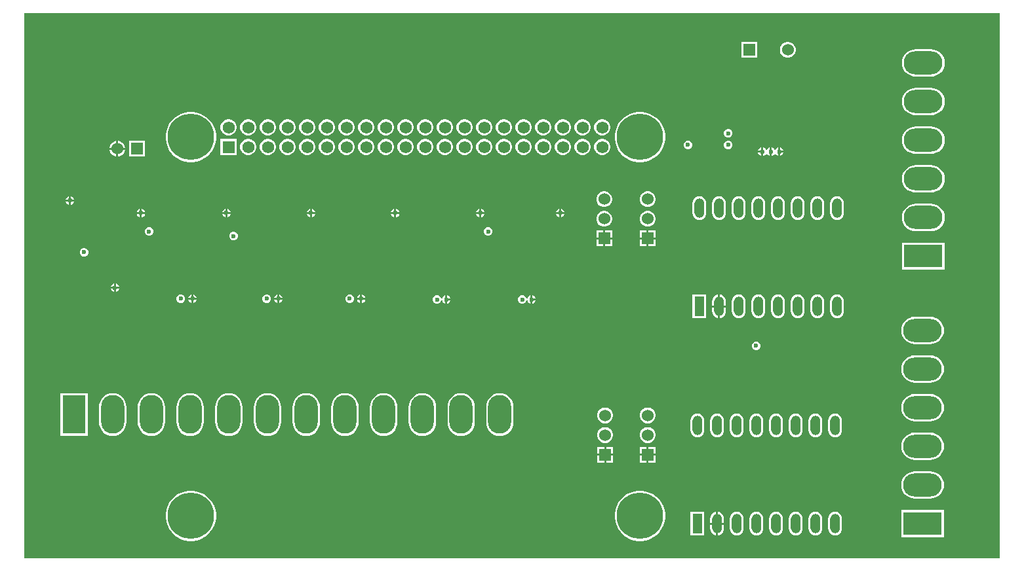
<source format=gbr>
G04*
G04 #@! TF.GenerationSoftware,Altium Limited,Altium Designer,24.0.1 (36)*
G04*
G04 Layer_Physical_Order=2*
G04 Layer_Color=37055*
%FSLAX25Y25*%
%MOIN*%
G70*
G04*
G04 #@! TF.SameCoordinates,EAEA65AB-E80B-4046-BB69-B77F90F57262*
G04*
G04*
G04 #@! TF.FilePolarity,Positive*
G04*
G01*
G75*
%ADD38C,0.06000*%
%ADD39R,0.06000X0.06000*%
%ADD40O,0.19685X0.11811*%
%ADD41R,0.19685X0.11811*%
%ADD42R,0.05000X0.10000*%
%ADD43O,0.05000X0.10000*%
%ADD44R,0.11811X0.19685*%
%ADD45O,0.11811X0.19685*%
%ADD46R,0.06000X0.06000*%
%ADD47C,0.06181*%
%ADD48R,0.06181X0.06181*%
%ADD49C,0.23622*%
%ADD50C,0.02362*%
G36*
X496063Y0D02*
X0D01*
Y277559D01*
X496063D01*
Y0D01*
D02*
G37*
%LPC*%
G36*
X388672Y263042D02*
X387618D01*
X386601Y262769D01*
X385689Y262243D01*
X384944Y261498D01*
X384418Y260586D01*
X384145Y259568D01*
Y258515D01*
X384418Y257498D01*
X384944Y256586D01*
X385689Y255841D01*
X386601Y255314D01*
X387618Y255042D01*
X388672D01*
X389689Y255314D01*
X390601Y255841D01*
X391346Y256586D01*
X391872Y257498D01*
X392145Y258515D01*
Y259568D01*
X391872Y260586D01*
X391346Y261498D01*
X390601Y262243D01*
X389689Y262769D01*
X388672Y263042D01*
D02*
G37*
G36*
X372460D02*
X364460D01*
Y255042D01*
X372460D01*
Y263042D01*
D02*
G37*
G36*
X461024Y259301D02*
X453150D01*
X451796Y259168D01*
X450494Y258773D01*
X449295Y258132D01*
X448243Y257269D01*
X447380Y256217D01*
X446739Y255018D01*
X446344Y253716D01*
X446211Y252362D01*
X446344Y251009D01*
X446739Y249707D01*
X447380Y248507D01*
X448243Y247456D01*
X449295Y246593D01*
X450494Y245952D01*
X451796Y245557D01*
X453150Y245423D01*
X461024D01*
X462377Y245557D01*
X463679Y245952D01*
X464879Y246593D01*
X465930Y247456D01*
X466793Y248507D01*
X467434Y249707D01*
X467829Y251009D01*
X467963Y252362D01*
X467829Y253716D01*
X467434Y255018D01*
X466793Y256217D01*
X465930Y257269D01*
X464879Y258132D01*
X463679Y258773D01*
X462377Y259168D01*
X461024Y259301D01*
D02*
G37*
G36*
Y239616D02*
X453150D01*
X451796Y239483D01*
X450494Y239088D01*
X449295Y238447D01*
X448243Y237584D01*
X447380Y236532D01*
X446739Y235333D01*
X446344Y234031D01*
X446211Y232677D01*
X446344Y231324D01*
X446739Y230022D01*
X447380Y228822D01*
X448243Y227771D01*
X449295Y226908D01*
X450494Y226266D01*
X451796Y225872D01*
X453150Y225738D01*
X461024D01*
X462377Y225872D01*
X463679Y226266D01*
X464879Y226908D01*
X465930Y227771D01*
X466793Y228822D01*
X467434Y230022D01*
X467829Y231324D01*
X467963Y232677D01*
X467829Y234031D01*
X467434Y235333D01*
X466793Y236532D01*
X465930Y237584D01*
X464879Y238447D01*
X463679Y239088D01*
X462377Y239483D01*
X461024Y239616D01*
D02*
G37*
G36*
X294377Y223638D02*
X293300D01*
X292260Y223359D01*
X291327Y222820D01*
X290565Y222059D01*
X290027Y221126D01*
X289748Y220086D01*
Y219009D01*
X290027Y217968D01*
X290565Y217036D01*
X291327Y216274D01*
X292260Y215736D01*
X293300Y215457D01*
X294377D01*
X295417Y215736D01*
X296350Y216274D01*
X297112Y217036D01*
X297650Y217968D01*
X297929Y219009D01*
Y220086D01*
X297650Y221126D01*
X297112Y222059D01*
X296350Y222820D01*
X295417Y223359D01*
X294377Y223638D01*
D02*
G37*
G36*
X284377D02*
X283300D01*
X282260Y223359D01*
X281327Y222820D01*
X280565Y222059D01*
X280027Y221126D01*
X279748Y220086D01*
Y219009D01*
X280027Y217968D01*
X280565Y217036D01*
X281327Y216274D01*
X282260Y215736D01*
X283300Y215457D01*
X284377D01*
X285418Y215736D01*
X286350Y216274D01*
X287112Y217036D01*
X287650Y217968D01*
X287929Y219009D01*
Y220086D01*
X287650Y221126D01*
X287112Y222059D01*
X286350Y222820D01*
X285418Y223359D01*
X284377Y223638D01*
D02*
G37*
G36*
X274377D02*
X273300D01*
X272260Y223359D01*
X271327Y222820D01*
X270565Y222059D01*
X270027Y221126D01*
X269748Y220086D01*
Y219009D01*
X270027Y217968D01*
X270565Y217036D01*
X271327Y216274D01*
X272260Y215736D01*
X273300Y215457D01*
X274377D01*
X275417Y215736D01*
X276350Y216274D01*
X277112Y217036D01*
X277650Y217968D01*
X277929Y219009D01*
Y220086D01*
X277650Y221126D01*
X277112Y222059D01*
X276350Y222820D01*
X275417Y223359D01*
X274377Y223638D01*
D02*
G37*
G36*
X264377D02*
X263300D01*
X262260Y223359D01*
X261327Y222820D01*
X260565Y222059D01*
X260027Y221126D01*
X259748Y220086D01*
Y219009D01*
X260027Y217968D01*
X260565Y217036D01*
X261327Y216274D01*
X262260Y215736D01*
X263300Y215457D01*
X264377D01*
X265418Y215736D01*
X266350Y216274D01*
X267112Y217036D01*
X267650Y217968D01*
X267929Y219009D01*
Y220086D01*
X267650Y221126D01*
X267112Y222059D01*
X266350Y222820D01*
X265418Y223359D01*
X264377Y223638D01*
D02*
G37*
G36*
X254377D02*
X253300D01*
X252260Y223359D01*
X251327Y222820D01*
X250565Y222059D01*
X250027Y221126D01*
X249748Y220086D01*
Y219009D01*
X250027Y217968D01*
X250565Y217036D01*
X251327Y216274D01*
X252260Y215736D01*
X253300Y215457D01*
X254377D01*
X255417Y215736D01*
X256350Y216274D01*
X257112Y217036D01*
X257650Y217968D01*
X257929Y219009D01*
Y220086D01*
X257650Y221126D01*
X257112Y222059D01*
X256350Y222820D01*
X255417Y223359D01*
X254377Y223638D01*
D02*
G37*
G36*
X244377D02*
X243300D01*
X242260Y223359D01*
X241327Y222820D01*
X240565Y222059D01*
X240027Y221126D01*
X239748Y220086D01*
Y219009D01*
X240027Y217968D01*
X240565Y217036D01*
X241327Y216274D01*
X242260Y215736D01*
X243300Y215457D01*
X244377D01*
X245417Y215736D01*
X246350Y216274D01*
X247112Y217036D01*
X247650Y217968D01*
X247929Y219009D01*
Y220086D01*
X247650Y221126D01*
X247112Y222059D01*
X246350Y222820D01*
X245417Y223359D01*
X244377Y223638D01*
D02*
G37*
G36*
X234377D02*
X233300D01*
X232260Y223359D01*
X231327Y222820D01*
X230565Y222059D01*
X230027Y221126D01*
X229748Y220086D01*
Y219009D01*
X230027Y217968D01*
X230565Y217036D01*
X231327Y216274D01*
X232260Y215736D01*
X233300Y215457D01*
X234377D01*
X235418Y215736D01*
X236350Y216274D01*
X237112Y217036D01*
X237650Y217968D01*
X237929Y219009D01*
Y220086D01*
X237650Y221126D01*
X237112Y222059D01*
X236350Y222820D01*
X235418Y223359D01*
X234377Y223638D01*
D02*
G37*
G36*
X224377D02*
X223300D01*
X222260Y223359D01*
X221327Y222820D01*
X220565Y222059D01*
X220027Y221126D01*
X219748Y220086D01*
Y219009D01*
X220027Y217968D01*
X220565Y217036D01*
X221327Y216274D01*
X222260Y215736D01*
X223300Y215457D01*
X224377D01*
X225417Y215736D01*
X226350Y216274D01*
X227112Y217036D01*
X227650Y217968D01*
X227929Y219009D01*
Y220086D01*
X227650Y221126D01*
X227112Y222059D01*
X226350Y222820D01*
X225417Y223359D01*
X224377Y223638D01*
D02*
G37*
G36*
X214377D02*
X213300D01*
X212260Y223359D01*
X211327Y222820D01*
X210565Y222059D01*
X210027Y221126D01*
X209748Y220086D01*
Y219009D01*
X210027Y217968D01*
X210565Y217036D01*
X211327Y216274D01*
X212260Y215736D01*
X213300Y215457D01*
X214377D01*
X215418Y215736D01*
X216350Y216274D01*
X217112Y217036D01*
X217650Y217968D01*
X217929Y219009D01*
Y220086D01*
X217650Y221126D01*
X217112Y222059D01*
X216350Y222820D01*
X215418Y223359D01*
X214377Y223638D01*
D02*
G37*
G36*
X204377D02*
X203300D01*
X202260Y223359D01*
X201327Y222820D01*
X200565Y222059D01*
X200027Y221126D01*
X199748Y220086D01*
Y219009D01*
X200027Y217968D01*
X200565Y217036D01*
X201327Y216274D01*
X202260Y215736D01*
X203300Y215457D01*
X204377D01*
X205417Y215736D01*
X206350Y216274D01*
X207112Y217036D01*
X207650Y217968D01*
X207929Y219009D01*
Y220086D01*
X207650Y221126D01*
X207112Y222059D01*
X206350Y222820D01*
X205417Y223359D01*
X204377Y223638D01*
D02*
G37*
G36*
X194377D02*
X193300D01*
X192260Y223359D01*
X191327Y222820D01*
X190565Y222059D01*
X190027Y221126D01*
X189748Y220086D01*
Y219009D01*
X190027Y217968D01*
X190565Y217036D01*
X191327Y216274D01*
X192260Y215736D01*
X193300Y215457D01*
X194377D01*
X195417Y215736D01*
X196350Y216274D01*
X197112Y217036D01*
X197650Y217968D01*
X197929Y219009D01*
Y220086D01*
X197650Y221126D01*
X197112Y222059D01*
X196350Y222820D01*
X195417Y223359D01*
X194377Y223638D01*
D02*
G37*
G36*
X184377D02*
X183300D01*
X182260Y223359D01*
X181327Y222820D01*
X180565Y222059D01*
X180027Y221126D01*
X179748Y220086D01*
Y219009D01*
X180027Y217968D01*
X180565Y217036D01*
X181327Y216274D01*
X182260Y215736D01*
X183300Y215457D01*
X184377D01*
X185417Y215736D01*
X186350Y216274D01*
X187112Y217036D01*
X187650Y217968D01*
X187929Y219009D01*
Y220086D01*
X187650Y221126D01*
X187112Y222059D01*
X186350Y222820D01*
X185417Y223359D01*
X184377Y223638D01*
D02*
G37*
G36*
X174377D02*
X173300D01*
X172260Y223359D01*
X171327Y222820D01*
X170565Y222059D01*
X170027Y221126D01*
X169748Y220086D01*
Y219009D01*
X170027Y217968D01*
X170565Y217036D01*
X171327Y216274D01*
X172260Y215736D01*
X173300Y215457D01*
X174377D01*
X175417Y215736D01*
X176350Y216274D01*
X177112Y217036D01*
X177650Y217968D01*
X177929Y219009D01*
Y220086D01*
X177650Y221126D01*
X177112Y222059D01*
X176350Y222820D01*
X175417Y223359D01*
X174377Y223638D01*
D02*
G37*
G36*
X164377D02*
X163300D01*
X162260Y223359D01*
X161327Y222820D01*
X160565Y222059D01*
X160027Y221126D01*
X159748Y220086D01*
Y219009D01*
X160027Y217968D01*
X160565Y217036D01*
X161327Y216274D01*
X162260Y215736D01*
X163300Y215457D01*
X164377D01*
X165418Y215736D01*
X166350Y216274D01*
X167112Y217036D01*
X167650Y217968D01*
X167929Y219009D01*
Y220086D01*
X167650Y221126D01*
X167112Y222059D01*
X166350Y222820D01*
X165418Y223359D01*
X164377Y223638D01*
D02*
G37*
G36*
X154377D02*
X153300D01*
X152260Y223359D01*
X151327Y222820D01*
X150565Y222059D01*
X150027Y221126D01*
X149748Y220086D01*
Y219009D01*
X150027Y217968D01*
X150565Y217036D01*
X151327Y216274D01*
X152260Y215736D01*
X153300Y215457D01*
X154377D01*
X155418Y215736D01*
X156350Y216274D01*
X157112Y217036D01*
X157650Y217968D01*
X157929Y219009D01*
Y220086D01*
X157650Y221126D01*
X157112Y222059D01*
X156350Y222820D01*
X155418Y223359D01*
X154377Y223638D01*
D02*
G37*
G36*
X144377D02*
X143300D01*
X142260Y223359D01*
X141327Y222820D01*
X140565Y222059D01*
X140027Y221126D01*
X139748Y220086D01*
Y219009D01*
X140027Y217968D01*
X140565Y217036D01*
X141327Y216274D01*
X142260Y215736D01*
X143300Y215457D01*
X144377D01*
X145417Y215736D01*
X146350Y216274D01*
X147112Y217036D01*
X147650Y217968D01*
X147929Y219009D01*
Y220086D01*
X147650Y221126D01*
X147112Y222059D01*
X146350Y222820D01*
X145417Y223359D01*
X144377Y223638D01*
D02*
G37*
G36*
X134377D02*
X133300D01*
X132260Y223359D01*
X131327Y222820D01*
X130565Y222059D01*
X130027Y221126D01*
X129748Y220086D01*
Y219009D01*
X130027Y217968D01*
X130565Y217036D01*
X131327Y216274D01*
X132260Y215736D01*
X133300Y215457D01*
X134377D01*
X135417Y215736D01*
X136350Y216274D01*
X137112Y217036D01*
X137650Y217968D01*
X137929Y219009D01*
Y220086D01*
X137650Y221126D01*
X137112Y222059D01*
X136350Y222820D01*
X135417Y223359D01*
X134377Y223638D01*
D02*
G37*
G36*
X124377D02*
X123300D01*
X122260Y223359D01*
X121327Y222820D01*
X120565Y222059D01*
X120027Y221126D01*
X119748Y220086D01*
Y219009D01*
X120027Y217968D01*
X120565Y217036D01*
X121327Y216274D01*
X122260Y215736D01*
X123300Y215457D01*
X124377D01*
X125417Y215736D01*
X126350Y216274D01*
X127112Y217036D01*
X127650Y217968D01*
X127929Y219009D01*
Y220086D01*
X127650Y221126D01*
X127112Y222059D01*
X126350Y222820D01*
X125417Y223359D01*
X124377Y223638D01*
D02*
G37*
G36*
X114377D02*
X113300D01*
X112260Y223359D01*
X111327Y222820D01*
X110565Y222059D01*
X110027Y221126D01*
X109748Y220086D01*
Y219009D01*
X110027Y217968D01*
X110565Y217036D01*
X111327Y216274D01*
X112260Y215736D01*
X113300Y215457D01*
X114377D01*
X115418Y215736D01*
X116350Y216274D01*
X117112Y217036D01*
X117650Y217968D01*
X117929Y219009D01*
Y220086D01*
X117650Y221126D01*
X117112Y222059D01*
X116350Y222820D01*
X115418Y223359D01*
X114377Y223638D01*
D02*
G37*
G36*
X104377D02*
X103300D01*
X102260Y223359D01*
X101327Y222820D01*
X100565Y222059D01*
X100027Y221126D01*
X99748Y220086D01*
Y219009D01*
X100027Y217968D01*
X100565Y217036D01*
X101327Y216274D01*
X102260Y215736D01*
X103300Y215457D01*
X104377D01*
X105418Y215736D01*
X106350Y216274D01*
X107112Y217036D01*
X107650Y217968D01*
X107929Y219009D01*
Y220086D01*
X107650Y221126D01*
X107112Y222059D01*
X106350Y222820D01*
X105418Y223359D01*
X104377Y223638D01*
D02*
G37*
G36*
X358308Y218717D02*
X357440D01*
X356639Y218385D01*
X356025Y217771D01*
X355693Y216969D01*
Y216102D01*
X356025Y215300D01*
X356639Y214686D01*
X357440Y214354D01*
X358308D01*
X359109Y214686D01*
X359723Y215300D01*
X360055Y216102D01*
Y216969D01*
X359723Y217771D01*
X359109Y218385D01*
X358308Y218717D01*
D02*
G37*
G36*
X47771Y212661D02*
X47744D01*
Y209161D01*
X51244D01*
Y209188D01*
X50972Y210205D01*
X50445Y211118D01*
X49700Y211862D01*
X48788Y212389D01*
X47771Y212661D01*
D02*
G37*
G36*
X46744D02*
X46718D01*
X45700Y212389D01*
X44788Y211862D01*
X44043Y211118D01*
X43517Y210205D01*
X43244Y209188D01*
Y209161D01*
X46744D01*
Y212661D01*
D02*
G37*
G36*
X358308Y212811D02*
X357440D01*
X356639Y212479D01*
X356025Y211865D01*
X355693Y211064D01*
Y210196D01*
X356025Y209394D01*
X356639Y208781D01*
X357440Y208449D01*
X358308D01*
X359109Y208781D01*
X359723Y209394D01*
X360055Y210196D01*
Y211064D01*
X359723Y211865D01*
X359109Y212479D01*
X358308Y212811D01*
D02*
G37*
G36*
X337835D02*
X336968D01*
X336166Y212479D01*
X335553Y211865D01*
X335221Y211064D01*
Y210196D01*
X335553Y209394D01*
X336166Y208781D01*
X336968Y208449D01*
X337835D01*
X338637Y208781D01*
X339251Y209394D01*
X339583Y210196D01*
Y211064D01*
X339251Y211865D01*
X338637Y212479D01*
X337835Y212811D01*
D02*
G37*
G36*
X383358Y209240D02*
X382623Y208936D01*
X382009Y208322D01*
X381943Y208162D01*
X381443D01*
X381377Y208322D01*
X380763Y208936D01*
X380028Y209240D01*
Y207087D01*
Y204933D01*
X380763Y205238D01*
X381377Y205851D01*
X381443Y206011D01*
X381943D01*
X382009Y205851D01*
X382623Y205238D01*
X383358Y204933D01*
Y207087D01*
Y209240D01*
D02*
G37*
G36*
X379028D02*
X378292Y208936D01*
X377678Y208322D01*
X377612Y208162D01*
X377112D01*
X377046Y208322D01*
X376432Y208936D01*
X375697Y209240D01*
Y207087D01*
Y204933D01*
X376432Y205238D01*
X377046Y205851D01*
X377112Y206011D01*
X377612D01*
X377678Y205851D01*
X378292Y205238D01*
X379028Y204933D01*
Y207087D01*
Y209240D01*
D02*
G37*
G36*
X384358D02*
Y207587D01*
X386012D01*
X385707Y208322D01*
X385094Y208936D01*
X384358Y209240D01*
D02*
G37*
G36*
X374697D02*
X373961Y208936D01*
X373348Y208322D01*
X373043Y207587D01*
X374697D01*
Y209240D01*
D02*
G37*
G36*
X461024Y219931D02*
X453150D01*
X451796Y219798D01*
X450494Y219403D01*
X449295Y218762D01*
X448243Y217899D01*
X447380Y216847D01*
X446739Y215648D01*
X446344Y214346D01*
X446211Y212992D01*
X446344Y211638D01*
X446739Y210337D01*
X447380Y209137D01*
X448243Y208086D01*
X449295Y207223D01*
X450494Y206581D01*
X451796Y206187D01*
X453150Y206053D01*
X461024D01*
X462377Y206187D01*
X463679Y206581D01*
X464879Y207223D01*
X465930Y208086D01*
X466793Y209137D01*
X467434Y210337D01*
X467829Y211638D01*
X467963Y212992D01*
X467829Y214346D01*
X467434Y215648D01*
X466793Y216847D01*
X465930Y217899D01*
X464879Y218762D01*
X463679Y219403D01*
X462377Y219798D01*
X461024Y219931D01*
D02*
G37*
G36*
X294377Y213638D02*
X293300D01*
X292260Y213359D01*
X291327Y212821D01*
X290565Y212059D01*
X290027Y211126D01*
X289748Y210086D01*
Y209009D01*
X290027Y207968D01*
X290565Y207036D01*
X291327Y206274D01*
X292260Y205735D01*
X293300Y205457D01*
X294377D01*
X295417Y205735D01*
X296350Y206274D01*
X297112Y207036D01*
X297650Y207968D01*
X297929Y209009D01*
Y210086D01*
X297650Y211126D01*
X297112Y212059D01*
X296350Y212821D01*
X295417Y213359D01*
X294377Y213638D01*
D02*
G37*
G36*
X284377D02*
X283300D01*
X282260Y213359D01*
X281327Y212821D01*
X280565Y212059D01*
X280027Y211126D01*
X279748Y210086D01*
Y209009D01*
X280027Y207968D01*
X280565Y207036D01*
X281327Y206274D01*
X282260Y205735D01*
X283300Y205457D01*
X284377D01*
X285418Y205735D01*
X286350Y206274D01*
X287112Y207036D01*
X287650Y207968D01*
X287929Y209009D01*
Y210086D01*
X287650Y211126D01*
X287112Y212059D01*
X286350Y212821D01*
X285418Y213359D01*
X284377Y213638D01*
D02*
G37*
G36*
X274377D02*
X273300D01*
X272260Y213359D01*
X271327Y212821D01*
X270565Y212059D01*
X270027Y211126D01*
X269748Y210086D01*
Y209009D01*
X270027Y207968D01*
X270565Y207036D01*
X271327Y206274D01*
X272260Y205735D01*
X273300Y205457D01*
X274377D01*
X275417Y205735D01*
X276350Y206274D01*
X277112Y207036D01*
X277650Y207968D01*
X277929Y209009D01*
Y210086D01*
X277650Y211126D01*
X277112Y212059D01*
X276350Y212821D01*
X275417Y213359D01*
X274377Y213638D01*
D02*
G37*
G36*
X264377D02*
X263300D01*
X262260Y213359D01*
X261327Y212821D01*
X260565Y212059D01*
X260027Y211126D01*
X259748Y210086D01*
Y209009D01*
X260027Y207968D01*
X260565Y207036D01*
X261327Y206274D01*
X262260Y205735D01*
X263300Y205457D01*
X264377D01*
X265418Y205735D01*
X266350Y206274D01*
X267112Y207036D01*
X267650Y207968D01*
X267929Y209009D01*
Y210086D01*
X267650Y211126D01*
X267112Y212059D01*
X266350Y212821D01*
X265418Y213359D01*
X264377Y213638D01*
D02*
G37*
G36*
X254377D02*
X253300D01*
X252260Y213359D01*
X251327Y212821D01*
X250565Y212059D01*
X250027Y211126D01*
X249748Y210086D01*
Y209009D01*
X250027Y207968D01*
X250565Y207036D01*
X251327Y206274D01*
X252260Y205735D01*
X253300Y205457D01*
X254377D01*
X255417Y205735D01*
X256350Y206274D01*
X257112Y207036D01*
X257650Y207968D01*
X257929Y209009D01*
Y210086D01*
X257650Y211126D01*
X257112Y212059D01*
X256350Y212821D01*
X255417Y213359D01*
X254377Y213638D01*
D02*
G37*
G36*
X244377D02*
X243300D01*
X242260Y213359D01*
X241327Y212821D01*
X240565Y212059D01*
X240027Y211126D01*
X239748Y210086D01*
Y209009D01*
X240027Y207968D01*
X240565Y207036D01*
X241327Y206274D01*
X242260Y205735D01*
X243300Y205457D01*
X244377D01*
X245417Y205735D01*
X246350Y206274D01*
X247112Y207036D01*
X247650Y207968D01*
X247929Y209009D01*
Y210086D01*
X247650Y211126D01*
X247112Y212059D01*
X246350Y212821D01*
X245417Y213359D01*
X244377Y213638D01*
D02*
G37*
G36*
X234377D02*
X233300D01*
X232260Y213359D01*
X231327Y212821D01*
X230565Y212059D01*
X230027Y211126D01*
X229748Y210086D01*
Y209009D01*
X230027Y207968D01*
X230565Y207036D01*
X231327Y206274D01*
X232260Y205735D01*
X233300Y205457D01*
X234377D01*
X235418Y205735D01*
X236350Y206274D01*
X237112Y207036D01*
X237650Y207968D01*
X237929Y209009D01*
Y210086D01*
X237650Y211126D01*
X237112Y212059D01*
X236350Y212821D01*
X235418Y213359D01*
X234377Y213638D01*
D02*
G37*
G36*
X224377D02*
X223300D01*
X222260Y213359D01*
X221327Y212821D01*
X220565Y212059D01*
X220027Y211126D01*
X219748Y210086D01*
Y209009D01*
X220027Y207968D01*
X220565Y207036D01*
X221327Y206274D01*
X222260Y205735D01*
X223300Y205457D01*
X224377D01*
X225417Y205735D01*
X226350Y206274D01*
X227112Y207036D01*
X227650Y207968D01*
X227929Y209009D01*
Y210086D01*
X227650Y211126D01*
X227112Y212059D01*
X226350Y212821D01*
X225417Y213359D01*
X224377Y213638D01*
D02*
G37*
G36*
X214377D02*
X213300D01*
X212260Y213359D01*
X211327Y212821D01*
X210565Y212059D01*
X210027Y211126D01*
X209748Y210086D01*
Y209009D01*
X210027Y207968D01*
X210565Y207036D01*
X211327Y206274D01*
X212260Y205735D01*
X213300Y205457D01*
X214377D01*
X215418Y205735D01*
X216350Y206274D01*
X217112Y207036D01*
X217650Y207968D01*
X217929Y209009D01*
Y210086D01*
X217650Y211126D01*
X217112Y212059D01*
X216350Y212821D01*
X215418Y213359D01*
X214377Y213638D01*
D02*
G37*
G36*
X204377D02*
X203300D01*
X202260Y213359D01*
X201327Y212821D01*
X200565Y212059D01*
X200027Y211126D01*
X199748Y210086D01*
Y209009D01*
X200027Y207968D01*
X200565Y207036D01*
X201327Y206274D01*
X202260Y205735D01*
X203300Y205457D01*
X204377D01*
X205417Y205735D01*
X206350Y206274D01*
X207112Y207036D01*
X207650Y207968D01*
X207929Y209009D01*
Y210086D01*
X207650Y211126D01*
X207112Y212059D01*
X206350Y212821D01*
X205417Y213359D01*
X204377Y213638D01*
D02*
G37*
G36*
X194377D02*
X193300D01*
X192260Y213359D01*
X191327Y212821D01*
X190565Y212059D01*
X190027Y211126D01*
X189748Y210086D01*
Y209009D01*
X190027Y207968D01*
X190565Y207036D01*
X191327Y206274D01*
X192260Y205735D01*
X193300Y205457D01*
X194377D01*
X195417Y205735D01*
X196350Y206274D01*
X197112Y207036D01*
X197650Y207968D01*
X197929Y209009D01*
Y210086D01*
X197650Y211126D01*
X197112Y212059D01*
X196350Y212821D01*
X195417Y213359D01*
X194377Y213638D01*
D02*
G37*
G36*
X184377D02*
X183300D01*
X182260Y213359D01*
X181327Y212821D01*
X180565Y212059D01*
X180027Y211126D01*
X179748Y210086D01*
Y209009D01*
X180027Y207968D01*
X180565Y207036D01*
X181327Y206274D01*
X182260Y205735D01*
X183300Y205457D01*
X184377D01*
X185417Y205735D01*
X186350Y206274D01*
X187112Y207036D01*
X187650Y207968D01*
X187929Y209009D01*
Y210086D01*
X187650Y211126D01*
X187112Y212059D01*
X186350Y212821D01*
X185417Y213359D01*
X184377Y213638D01*
D02*
G37*
G36*
X174377D02*
X173300D01*
X172260Y213359D01*
X171327Y212821D01*
X170565Y212059D01*
X170027Y211126D01*
X169748Y210086D01*
Y209009D01*
X170027Y207968D01*
X170565Y207036D01*
X171327Y206274D01*
X172260Y205735D01*
X173300Y205457D01*
X174377D01*
X175417Y205735D01*
X176350Y206274D01*
X177112Y207036D01*
X177650Y207968D01*
X177929Y209009D01*
Y210086D01*
X177650Y211126D01*
X177112Y212059D01*
X176350Y212821D01*
X175417Y213359D01*
X174377Y213638D01*
D02*
G37*
G36*
X164377D02*
X163300D01*
X162260Y213359D01*
X161327Y212821D01*
X160565Y212059D01*
X160027Y211126D01*
X159748Y210086D01*
Y209009D01*
X160027Y207968D01*
X160565Y207036D01*
X161327Y206274D01*
X162260Y205735D01*
X163300Y205457D01*
X164377D01*
X165418Y205735D01*
X166350Y206274D01*
X167112Y207036D01*
X167650Y207968D01*
X167929Y209009D01*
Y210086D01*
X167650Y211126D01*
X167112Y212059D01*
X166350Y212821D01*
X165418Y213359D01*
X164377Y213638D01*
D02*
G37*
G36*
X154377D02*
X153300D01*
X152260Y213359D01*
X151327Y212821D01*
X150565Y212059D01*
X150027Y211126D01*
X149748Y210086D01*
Y209009D01*
X150027Y207968D01*
X150565Y207036D01*
X151327Y206274D01*
X152260Y205735D01*
X153300Y205457D01*
X154377D01*
X155418Y205735D01*
X156350Y206274D01*
X157112Y207036D01*
X157650Y207968D01*
X157929Y209009D01*
Y210086D01*
X157650Y211126D01*
X157112Y212059D01*
X156350Y212821D01*
X155418Y213359D01*
X154377Y213638D01*
D02*
G37*
G36*
X144377D02*
X143300D01*
X142260Y213359D01*
X141327Y212821D01*
X140565Y212059D01*
X140027Y211126D01*
X139748Y210086D01*
Y209009D01*
X140027Y207968D01*
X140565Y207036D01*
X141327Y206274D01*
X142260Y205735D01*
X143300Y205457D01*
X144377D01*
X145417Y205735D01*
X146350Y206274D01*
X147112Y207036D01*
X147650Y207968D01*
X147929Y209009D01*
Y210086D01*
X147650Y211126D01*
X147112Y212059D01*
X146350Y212821D01*
X145417Y213359D01*
X144377Y213638D01*
D02*
G37*
G36*
X134377D02*
X133300D01*
X132260Y213359D01*
X131327Y212821D01*
X130565Y212059D01*
X130027Y211126D01*
X129748Y210086D01*
Y209009D01*
X130027Y207968D01*
X130565Y207036D01*
X131327Y206274D01*
X132260Y205735D01*
X133300Y205457D01*
X134377D01*
X135417Y205735D01*
X136350Y206274D01*
X137112Y207036D01*
X137650Y207968D01*
X137929Y209009D01*
Y210086D01*
X137650Y211126D01*
X137112Y212059D01*
X136350Y212821D01*
X135417Y213359D01*
X134377Y213638D01*
D02*
G37*
G36*
X124377D02*
X123300D01*
X122260Y213359D01*
X121327Y212821D01*
X120565Y212059D01*
X120027Y211126D01*
X119748Y210086D01*
Y209009D01*
X120027Y207968D01*
X120565Y207036D01*
X121327Y206274D01*
X122260Y205735D01*
X123300Y205457D01*
X124377D01*
X125417Y205735D01*
X126350Y206274D01*
X127112Y207036D01*
X127650Y207968D01*
X127929Y209009D01*
Y210086D01*
X127650Y211126D01*
X127112Y212059D01*
X126350Y212821D01*
X125417Y213359D01*
X124377Y213638D01*
D02*
G37*
G36*
X114377D02*
X113300D01*
X112260Y213359D01*
X111327Y212821D01*
X110565Y212059D01*
X110027Y211126D01*
X109748Y210086D01*
Y209009D01*
X110027Y207968D01*
X110565Y207036D01*
X111327Y206274D01*
X112260Y205735D01*
X113300Y205457D01*
X114377D01*
X115418Y205735D01*
X116350Y206274D01*
X117112Y207036D01*
X117650Y207968D01*
X117929Y209009D01*
Y210086D01*
X117650Y211126D01*
X117112Y212059D01*
X116350Y212821D01*
X115418Y213359D01*
X114377Y213638D01*
D02*
G37*
G36*
X107929D02*
X99748D01*
Y205457D01*
X107929D01*
Y213638D01*
D02*
G37*
G36*
X386012Y206587D02*
X384358D01*
Y204933D01*
X385094Y205238D01*
X385707Y205851D01*
X386012Y206587D01*
D02*
G37*
G36*
X374697D02*
X373043D01*
X373348Y205851D01*
X373961Y205238D01*
X374697Y204933D01*
Y206587D01*
D02*
G37*
G36*
X61244Y212661D02*
X53244D01*
Y204661D01*
X61244D01*
Y212661D01*
D02*
G37*
G36*
X51244Y208161D02*
X47744D01*
Y204661D01*
X47771D01*
X48788Y204934D01*
X49700Y205461D01*
X50445Y206205D01*
X50972Y207118D01*
X51244Y208135D01*
Y208161D01*
D02*
G37*
G36*
X46744D02*
X43244D01*
Y208135D01*
X43517Y207118D01*
X44043Y206205D01*
X44788Y205461D01*
X45700Y204934D01*
X46718Y204661D01*
X46744D01*
Y208161D01*
D02*
G37*
G36*
X314000Y227378D02*
X311984D01*
X309992Y227063D01*
X308074Y226439D01*
X306278Y225524D01*
X304646Y224339D01*
X303220Y222913D01*
X302035Y221281D01*
X301120Y219485D01*
X300497Y217567D01*
X300181Y215575D01*
Y213559D01*
X300497Y211567D01*
X301120Y209649D01*
X302035Y207853D01*
X303220Y206221D01*
X304646Y204795D01*
X306278Y203610D01*
X308074Y202695D01*
X309992Y202071D01*
X311984Y201756D01*
X314000D01*
X315992Y202071D01*
X317910Y202695D01*
X319707Y203610D01*
X321338Y204795D01*
X322764Y206221D01*
X323949Y207853D01*
X324865Y209649D01*
X325488Y211567D01*
X325803Y213559D01*
Y215575D01*
X325488Y217567D01*
X324865Y219485D01*
X323949Y221281D01*
X322764Y222913D01*
X321338Y224339D01*
X319707Y225524D01*
X317910Y226439D01*
X315992Y227063D01*
X314000Y227378D01*
D02*
G37*
G36*
X85654D02*
X83637D01*
X81646Y227063D01*
X79728Y226439D01*
X77931Y225524D01*
X76300Y224339D01*
X74874Y222913D01*
X73689Y221281D01*
X72773Y219485D01*
X72150Y217567D01*
X71835Y215575D01*
Y213559D01*
X72150Y211567D01*
X72773Y209649D01*
X73689Y207853D01*
X74874Y206221D01*
X76300Y204795D01*
X77931Y203610D01*
X79728Y202695D01*
X81646Y202071D01*
X83637Y201756D01*
X85654D01*
X87646Y202071D01*
X89563Y202695D01*
X91360Y203610D01*
X92992Y204795D01*
X94417Y206221D01*
X95603Y207853D01*
X96518Y209649D01*
X97141Y211567D01*
X97457Y213559D01*
Y215575D01*
X97141Y217567D01*
X96518Y219485D01*
X95603Y221281D01*
X94417Y222913D01*
X92992Y224339D01*
X91360Y225524D01*
X89563Y226439D01*
X87646Y227063D01*
X85654Y227378D01*
D02*
G37*
G36*
X461024Y200246D02*
X453150D01*
X451796Y200113D01*
X450494Y199718D01*
X449295Y199077D01*
X448243Y198214D01*
X447380Y197162D01*
X446739Y195963D01*
X446344Y194661D01*
X446211Y193307D01*
X446344Y191953D01*
X446739Y190652D01*
X447380Y189452D01*
X448243Y188400D01*
X449295Y187538D01*
X450494Y186896D01*
X451796Y186502D01*
X453150Y186368D01*
X461024D01*
X462377Y186502D01*
X463679Y186896D01*
X464879Y187538D01*
X465930Y188400D01*
X466793Y189452D01*
X467434Y190652D01*
X467829Y191953D01*
X467963Y193307D01*
X467829Y194661D01*
X467434Y195963D01*
X466793Y197162D01*
X465930Y198214D01*
X464879Y199077D01*
X463679Y199718D01*
X462377Y200113D01*
X461024Y200246D01*
D02*
G37*
G36*
X23728Y184437D02*
Y182783D01*
X25382D01*
X25077Y183519D01*
X24464Y184133D01*
X23728Y184437D01*
D02*
G37*
G36*
X22728D02*
X21993Y184133D01*
X21379Y183519D01*
X21075Y182783D01*
X22728D01*
Y184437D01*
D02*
G37*
G36*
X25382Y181783D02*
X23728D01*
Y180130D01*
X24464Y180434D01*
X25077Y181048D01*
X25382Y181783D01*
D02*
G37*
G36*
X22728D02*
X21075D01*
X21379Y181048D01*
X21993Y180434D01*
X22728Y180130D01*
Y181783D01*
D02*
G37*
G36*
X317455Y186992D02*
X316401D01*
X315384Y186719D01*
X314472Y186193D01*
X313727Y185448D01*
X313201Y184536D01*
X312928Y183518D01*
Y182465D01*
X313201Y181448D01*
X313727Y180536D01*
X314472Y179791D01*
X315384Y179264D01*
X316401Y178992D01*
X317455D01*
X318472Y179264D01*
X319384Y179791D01*
X320129Y180536D01*
X320655Y181448D01*
X320928Y182465D01*
Y183518D01*
X320655Y184536D01*
X320129Y185448D01*
X319384Y186193D01*
X318472Y186719D01*
X317455Y186992D01*
D02*
G37*
G36*
X295407D02*
X294354D01*
X293337Y186719D01*
X292425Y186193D01*
X291680Y185448D01*
X291153Y184536D01*
X290881Y183518D01*
Y182465D01*
X291153Y181448D01*
X291680Y180536D01*
X292425Y179791D01*
X293337Y179264D01*
X294354Y178992D01*
X295407D01*
X296425Y179264D01*
X297337Y179791D01*
X298082Y180536D01*
X298608Y181448D01*
X298881Y182465D01*
Y183518D01*
X298608Y184536D01*
X298082Y185448D01*
X297337Y186193D01*
X296425Y186719D01*
X295407Y186992D01*
D02*
G37*
G36*
X272941Y178138D02*
Y176484D01*
X274595D01*
X274290Y177220D01*
X273676Y177833D01*
X272941Y178138D01*
D02*
G37*
G36*
X271941D02*
X271205Y177833D01*
X270592Y177220D01*
X270287Y176484D01*
X271941D01*
Y178138D01*
D02*
G37*
G36*
X232390D02*
Y176484D01*
X234044D01*
X233739Y177220D01*
X233125Y177833D01*
X232390Y178138D01*
D02*
G37*
G36*
X231390D02*
X230654Y177833D01*
X230041Y177220D01*
X229736Y176484D01*
X231390D01*
Y178138D01*
D02*
G37*
G36*
X189083D02*
Y176484D01*
X190736D01*
X190432Y177220D01*
X189818Y177833D01*
X189083Y178138D01*
D02*
G37*
G36*
X188083D02*
X187347Y177833D01*
X186734Y177220D01*
X186429Y176484D01*
X188083D01*
Y178138D01*
D02*
G37*
G36*
X146169D02*
Y176484D01*
X147823D01*
X147518Y177220D01*
X146905Y177833D01*
X146169Y178138D01*
D02*
G37*
G36*
X145169D02*
X144434Y177833D01*
X143820Y177220D01*
X143516Y176484D01*
X145169D01*
Y178138D01*
D02*
G37*
G36*
X103256D02*
Y176484D01*
X104910D01*
X104605Y177220D01*
X103991Y177833D01*
X103256Y178138D01*
D02*
G37*
G36*
X102256D02*
X101520Y177833D01*
X100907Y177220D01*
X100602Y176484D01*
X102256D01*
Y178138D01*
D02*
G37*
G36*
X59755D02*
Y176484D01*
X61409D01*
X61104Y177220D01*
X60491Y177833D01*
X59755Y178138D01*
D02*
G37*
G36*
X58755D02*
X58020Y177833D01*
X57406Y177220D01*
X57102Y176484D01*
X58755D01*
Y178138D01*
D02*
G37*
G36*
X274595Y175484D02*
X272941D01*
Y173830D01*
X273676Y174135D01*
X274290Y174749D01*
X274595Y175484D01*
D02*
G37*
G36*
X271941D02*
X270287D01*
X270592Y174749D01*
X271205Y174135D01*
X271941Y173830D01*
Y175484D01*
D02*
G37*
G36*
X234044D02*
X232390D01*
Y173830D01*
X233125Y174135D01*
X233739Y174749D01*
X234044Y175484D01*
D02*
G37*
G36*
X231390D02*
X229736D01*
X230041Y174749D01*
X230654Y174135D01*
X231390Y173830D01*
Y175484D01*
D02*
G37*
G36*
X190736D02*
X189083D01*
Y173830D01*
X189818Y174135D01*
X190432Y174749D01*
X190736Y175484D01*
D02*
G37*
G36*
X188083D02*
X186429D01*
X186734Y174749D01*
X187347Y174135D01*
X188083Y173830D01*
Y175484D01*
D02*
G37*
G36*
X61409D02*
X59755D01*
Y173830D01*
X60491Y174135D01*
X61104Y174749D01*
X61409Y175484D01*
D02*
G37*
G36*
X58755D02*
X57102D01*
X57406Y174749D01*
X58020Y174135D01*
X58755Y173830D01*
Y175484D01*
D02*
G37*
G36*
X147823D02*
X146169D01*
Y173830D01*
X146905Y174135D01*
X147518Y174749D01*
X147823Y175484D01*
D02*
G37*
G36*
X145169D02*
X143516D01*
X143820Y174749D01*
X144434Y174135D01*
X145169Y173830D01*
Y175484D01*
D02*
G37*
G36*
X104910D02*
X103256D01*
Y173830D01*
X103991Y174135D01*
X104605Y174749D01*
X104910Y175484D01*
D02*
G37*
G36*
X102256D02*
X100602D01*
X100907Y174749D01*
X101520Y174135D01*
X102256Y173830D01*
Y175484D01*
D02*
G37*
G36*
X413228Y184377D02*
X412315Y184256D01*
X411463Y183904D01*
X410732Y183343D01*
X410171Y182612D01*
X409818Y181760D01*
X409698Y180847D01*
Y175847D01*
X409818Y174933D01*
X410171Y174081D01*
X410732Y173350D01*
X411463Y172789D01*
X412315Y172437D01*
X413228Y172316D01*
X414142Y172437D01*
X414993Y172789D01*
X415725Y173350D01*
X416286Y174081D01*
X416638Y174933D01*
X416758Y175847D01*
Y180847D01*
X416638Y181760D01*
X416286Y182612D01*
X415725Y183343D01*
X414993Y183904D01*
X414142Y184256D01*
X413228Y184377D01*
D02*
G37*
G36*
X403228D02*
X402315Y184256D01*
X401463Y183904D01*
X400732Y183343D01*
X400171Y182612D01*
X399818Y181760D01*
X399698Y180847D01*
Y175847D01*
X399818Y174933D01*
X400171Y174081D01*
X400732Y173350D01*
X401463Y172789D01*
X402315Y172437D01*
X403228Y172316D01*
X404142Y172437D01*
X404993Y172789D01*
X405725Y173350D01*
X406286Y174081D01*
X406638Y174933D01*
X406758Y175847D01*
Y180847D01*
X406638Y181760D01*
X406286Y182612D01*
X405725Y183343D01*
X404993Y183904D01*
X404142Y184256D01*
X403228Y184377D01*
D02*
G37*
G36*
X393228D02*
X392315Y184256D01*
X391463Y183904D01*
X390732Y183343D01*
X390171Y182612D01*
X389818Y181760D01*
X389698Y180847D01*
Y175847D01*
X389818Y174933D01*
X390171Y174081D01*
X390732Y173350D01*
X391463Y172789D01*
X392315Y172437D01*
X393228Y172316D01*
X394142Y172437D01*
X394993Y172789D01*
X395725Y173350D01*
X396286Y174081D01*
X396638Y174933D01*
X396759Y175847D01*
Y180847D01*
X396638Y181760D01*
X396286Y182612D01*
X395725Y183343D01*
X394993Y183904D01*
X394142Y184256D01*
X393228Y184377D01*
D02*
G37*
G36*
X383228D02*
X382315Y184256D01*
X381463Y183904D01*
X380732Y183343D01*
X380171Y182612D01*
X379818Y181760D01*
X379698Y180847D01*
Y175847D01*
X379818Y174933D01*
X380171Y174081D01*
X380732Y173350D01*
X381463Y172789D01*
X382315Y172437D01*
X383228Y172316D01*
X384142Y172437D01*
X384993Y172789D01*
X385725Y173350D01*
X386286Y174081D01*
X386638Y174933D01*
X386758Y175847D01*
Y180847D01*
X386638Y181760D01*
X386286Y182612D01*
X385725Y183343D01*
X384993Y183904D01*
X384142Y184256D01*
X383228Y184377D01*
D02*
G37*
G36*
X373228D02*
X372315Y184256D01*
X371463Y183904D01*
X370732Y183343D01*
X370171Y182612D01*
X369818Y181760D01*
X369698Y180847D01*
Y175847D01*
X369818Y174933D01*
X370171Y174081D01*
X370732Y173350D01*
X371463Y172789D01*
X372315Y172437D01*
X373228Y172316D01*
X374142Y172437D01*
X374993Y172789D01*
X375725Y173350D01*
X376286Y174081D01*
X376638Y174933D01*
X376759Y175847D01*
Y180847D01*
X376638Y181760D01*
X376286Y182612D01*
X375725Y183343D01*
X374993Y183904D01*
X374142Y184256D01*
X373228Y184377D01*
D02*
G37*
G36*
X363228D02*
X362315Y184256D01*
X361463Y183904D01*
X360732Y183343D01*
X360171Y182612D01*
X359818Y181760D01*
X359698Y180847D01*
Y175847D01*
X359818Y174933D01*
X360171Y174081D01*
X360732Y173350D01*
X361463Y172789D01*
X362315Y172437D01*
X363228Y172316D01*
X364142Y172437D01*
X364993Y172789D01*
X365725Y173350D01*
X366286Y174081D01*
X366638Y174933D01*
X366758Y175847D01*
Y180847D01*
X366638Y181760D01*
X366286Y182612D01*
X365725Y183343D01*
X364993Y183904D01*
X364142Y184256D01*
X363228Y184377D01*
D02*
G37*
G36*
X353228D02*
X352315Y184256D01*
X351463Y183904D01*
X350732Y183343D01*
X350171Y182612D01*
X349818Y181760D01*
X349698Y180847D01*
Y175847D01*
X349818Y174933D01*
X350171Y174081D01*
X350732Y173350D01*
X351463Y172789D01*
X352315Y172437D01*
X353228Y172316D01*
X354142Y172437D01*
X354993Y172789D01*
X355725Y173350D01*
X356286Y174081D01*
X356638Y174933D01*
X356758Y175847D01*
Y180847D01*
X356638Y181760D01*
X356286Y182612D01*
X355725Y183343D01*
X354993Y183904D01*
X354142Y184256D01*
X353228Y184377D01*
D02*
G37*
G36*
X343228D02*
X342315Y184256D01*
X341463Y183904D01*
X340732Y183343D01*
X340171Y182612D01*
X339818Y181760D01*
X339698Y180847D01*
Y175847D01*
X339818Y174933D01*
X340171Y174081D01*
X340732Y173350D01*
X341463Y172789D01*
X342315Y172437D01*
X343228Y172316D01*
X344142Y172437D01*
X344993Y172789D01*
X345725Y173350D01*
X346286Y174081D01*
X346638Y174933D01*
X346759Y175847D01*
Y180847D01*
X346638Y181760D01*
X346286Y182612D01*
X345725Y183343D01*
X344993Y183904D01*
X344142Y184256D01*
X343228Y184377D01*
D02*
G37*
G36*
X317455Y176992D02*
X316401D01*
X315384Y176719D01*
X314472Y176193D01*
X313727Y175448D01*
X313201Y174536D01*
X312928Y173518D01*
Y172465D01*
X313201Y171448D01*
X313727Y170536D01*
X314472Y169791D01*
X315384Y169264D01*
X316401Y168992D01*
X317455D01*
X318472Y169264D01*
X319384Y169791D01*
X320129Y170536D01*
X320655Y171448D01*
X320928Y172465D01*
Y173518D01*
X320655Y174536D01*
X320129Y175448D01*
X319384Y176193D01*
X318472Y176719D01*
X317455Y176992D01*
D02*
G37*
G36*
X295407D02*
X294354D01*
X293337Y176719D01*
X292425Y176193D01*
X291680Y175448D01*
X291153Y174536D01*
X290881Y173518D01*
Y172465D01*
X291153Y171448D01*
X291680Y170536D01*
X292425Y169791D01*
X293337Y169264D01*
X294354Y168992D01*
X295407D01*
X296425Y169264D01*
X297337Y169791D01*
X298082Y170536D01*
X298608Y171448D01*
X298881Y172465D01*
Y173518D01*
X298608Y174536D01*
X298082Y175448D01*
X297337Y176193D01*
X296425Y176719D01*
X295407Y176992D01*
D02*
G37*
G36*
X461024Y180561D02*
X453150D01*
X451796Y180428D01*
X450494Y180033D01*
X449295Y179392D01*
X448243Y178529D01*
X447380Y177477D01*
X446739Y176277D01*
X446344Y174976D01*
X446211Y173622D01*
X446344Y172268D01*
X446739Y170967D01*
X447380Y169767D01*
X448243Y168716D01*
X449295Y167852D01*
X450494Y167211D01*
X451796Y166816D01*
X453150Y166683D01*
X461024D01*
X462377Y166816D01*
X463679Y167211D01*
X464879Y167852D01*
X465930Y168716D01*
X466793Y169767D01*
X467434Y170967D01*
X467829Y172268D01*
X467963Y173622D01*
X467829Y174976D01*
X467434Y176277D01*
X466793Y177477D01*
X465930Y178529D01*
X464879Y179392D01*
X463679Y180033D01*
X462377Y180428D01*
X461024Y180561D01*
D02*
G37*
G36*
X236261Y168717D02*
X235393D01*
X234591Y168385D01*
X233978Y167771D01*
X233646Y166969D01*
Y166102D01*
X233978Y165300D01*
X234591Y164686D01*
X235393Y164354D01*
X236261D01*
X237062Y164686D01*
X237676Y165300D01*
X238008Y166102D01*
Y166969D01*
X237676Y167771D01*
X237062Y168385D01*
X236261Y168717D01*
D02*
G37*
G36*
X63820D02*
X62952D01*
X62150Y168385D01*
X61537Y167771D01*
X61205Y166969D01*
Y166102D01*
X61537Y165300D01*
X62150Y164686D01*
X62952Y164354D01*
X63820D01*
X64621Y164686D01*
X65235Y165300D01*
X65567Y166102D01*
Y166969D01*
X65235Y167771D01*
X64621Y168385D01*
X63820Y168717D01*
D02*
G37*
G36*
X320928Y166992D02*
X317428D01*
Y163492D01*
X320928D01*
Y166992D01*
D02*
G37*
G36*
X298881D02*
X295381D01*
Y163492D01*
X298881D01*
Y166992D01*
D02*
G37*
G36*
X294381D02*
X290881D01*
Y163492D01*
X294381D01*
Y166992D01*
D02*
G37*
G36*
X316428D02*
X312928D01*
Y163492D01*
X316428D01*
Y166992D01*
D02*
G37*
G36*
X106733Y166354D02*
X105865D01*
X105064Y166022D01*
X104450Y165409D01*
X104118Y164607D01*
Y163739D01*
X104450Y162938D01*
X105064Y162324D01*
X105865Y161992D01*
X106733D01*
X107535Y162324D01*
X108148Y162938D01*
X108480Y163739D01*
Y164607D01*
X108148Y165409D01*
X107535Y166022D01*
X106733Y166354D01*
D02*
G37*
G36*
X320928Y162492D02*
X317428D01*
Y158992D01*
X320928D01*
Y162492D01*
D02*
G37*
G36*
X316428D02*
X312928D01*
Y158992D01*
X316428D01*
Y162492D01*
D02*
G37*
G36*
X298881D02*
X295381D01*
Y158992D01*
X298881D01*
Y162492D01*
D02*
G37*
G36*
X294381D02*
X290881D01*
Y158992D01*
X294381D01*
Y162492D01*
D02*
G37*
G36*
X30749Y158087D02*
X29881D01*
X29079Y157755D01*
X28466Y157141D01*
X28134Y156339D01*
Y155472D01*
X28466Y154670D01*
X29079Y154057D01*
X29881Y153724D01*
X30749D01*
X31550Y154057D01*
X32164Y154670D01*
X32496Y155472D01*
Y156339D01*
X32164Y157141D01*
X31550Y157755D01*
X30749Y158087D01*
D02*
G37*
G36*
X467929Y160843D02*
X446244D01*
Y147031D01*
X467929D01*
Y160843D01*
D02*
G37*
G36*
X46563Y139949D02*
Y138295D01*
X48217D01*
X47912Y139031D01*
X47298Y139644D01*
X46563Y139949D01*
D02*
G37*
G36*
X45563D02*
X44827Y139644D01*
X44214Y139031D01*
X43909Y138295D01*
X45563D01*
Y139949D01*
D02*
G37*
G36*
X48217Y137295D02*
X46563D01*
Y135642D01*
X47298Y135946D01*
X47912Y136560D01*
X48217Y137295D01*
D02*
G37*
G36*
X45563D02*
X43909D01*
X44214Y136560D01*
X44827Y135946D01*
X45563Y135642D01*
Y137295D01*
D02*
G37*
G36*
X171760Y134437D02*
Y132783D01*
X173414D01*
X173109Y133519D01*
X172495Y134133D01*
X171760Y134437D01*
D02*
G37*
G36*
X170760D02*
X170024Y134133D01*
X169411Y133519D01*
X169106Y132783D01*
X170760D01*
Y134437D01*
D02*
G37*
G36*
X129634D02*
Y132783D01*
X131288D01*
X130983Y133519D01*
X130369Y134133D01*
X129634Y134437D01*
D02*
G37*
G36*
X128634D02*
X127898Y134133D01*
X127285Y133519D01*
X126980Y132783D01*
X128634D01*
Y134437D01*
D02*
G37*
G36*
X85933D02*
Y132783D01*
X87587D01*
X87282Y133519D01*
X86669Y134133D01*
X85933Y134437D01*
D02*
G37*
G36*
X84933D02*
X84198Y134133D01*
X83584Y133519D01*
X83279Y132783D01*
X84933D01*
Y134437D01*
D02*
G37*
G36*
X258374Y134044D02*
Y132390D01*
X260028D01*
X259723Y133125D01*
X259109Y133739D01*
X258374Y134044D01*
D02*
G37*
G36*
X215067D02*
Y132390D01*
X216721D01*
X216416Y133125D01*
X215802Y133739D01*
X215067Y134044D01*
D02*
G37*
G36*
X173414Y131783D02*
X171760D01*
Y130130D01*
X172495Y130434D01*
X173109Y131048D01*
X173414Y131783D01*
D02*
G37*
G36*
X170760D02*
X169106D01*
X169411Y131048D01*
X170024Y130434D01*
X170760Y130130D01*
Y131783D01*
D02*
G37*
G36*
X131288D02*
X129634D01*
Y130130D01*
X130369Y130434D01*
X130983Y131048D01*
X131288Y131783D01*
D02*
G37*
G36*
X128634D02*
X126980D01*
X127285Y131048D01*
X127898Y130434D01*
X128634Y130130D01*
Y131783D01*
D02*
G37*
G36*
X87587D02*
X85933D01*
Y130130D01*
X86669Y130434D01*
X87282Y131048D01*
X87587Y131783D01*
D02*
G37*
G36*
X84933D02*
X83279D01*
X83584Y131048D01*
X84198Y130434D01*
X84933Y130130D01*
Y131783D01*
D02*
G37*
G36*
X165788Y134465D02*
X164920D01*
X164119Y134133D01*
X163505Y133519D01*
X163173Y132717D01*
Y131850D01*
X163505Y131048D01*
X164119Y130434D01*
X164920Y130102D01*
X165788D01*
X166590Y130434D01*
X167203Y131048D01*
X167535Y131850D01*
Y132717D01*
X167203Y133519D01*
X166590Y134133D01*
X165788Y134465D01*
D02*
G37*
G36*
X123662D02*
X122794D01*
X121993Y134133D01*
X121379Y133519D01*
X121047Y132717D01*
Y131850D01*
X121379Y131048D01*
X121993Y130434D01*
X122794Y130102D01*
X123662D01*
X124464Y130434D01*
X125077Y131048D01*
X125409Y131850D01*
Y132717D01*
X125077Y133519D01*
X124464Y134133D01*
X123662Y134465D01*
D02*
G37*
G36*
X79961D02*
X79094D01*
X78292Y134133D01*
X77679Y133519D01*
X77346Y132717D01*
Y131850D01*
X77679Y131048D01*
X78292Y130434D01*
X79094Y130102D01*
X79961D01*
X80763Y130434D01*
X81377Y131048D01*
X81709Y131850D01*
Y132717D01*
X81377Y133519D01*
X80763Y134133D01*
X79961Y134465D01*
D02*
G37*
G36*
X260028Y131390D02*
X258374D01*
Y129736D01*
X259109Y130041D01*
X259723Y130654D01*
X260028Y131390D01*
D02*
G37*
G36*
X253584Y134071D02*
X252716D01*
X251914Y133739D01*
X251301Y133125D01*
X250969Y132324D01*
Y131456D01*
X251301Y130654D01*
X251914Y130041D01*
X252716Y129709D01*
X253584D01*
X254385Y130041D01*
X254999Y130654D01*
X255241Y131240D01*
X255782D01*
X256025Y130654D01*
X256639Y130041D01*
X257374Y129736D01*
Y131890D01*
Y134044D01*
X256639Y133739D01*
X256025Y133125D01*
X255782Y132540D01*
X255241D01*
X254999Y133125D01*
X254385Y133739D01*
X253584Y134071D01*
D02*
G37*
G36*
X216721Y131390D02*
X215067D01*
Y129736D01*
X215802Y130041D01*
X216416Y130654D01*
X216721Y131390D01*
D02*
G37*
G36*
X210276Y134071D02*
X209409D01*
X208607Y133739D01*
X207994Y133125D01*
X207661Y132324D01*
Y131456D01*
X207994Y130654D01*
X208607Y130041D01*
X209409Y129709D01*
X210276D01*
X211078Y130041D01*
X211692Y130654D01*
X211934Y131240D01*
X212475D01*
X212718Y130654D01*
X213331Y130041D01*
X214067Y129736D01*
Y131890D01*
Y134044D01*
X213331Y133739D01*
X212718Y133125D01*
X212475Y132540D01*
X211934D01*
X211692Y133125D01*
X211078Y133739D01*
X210276Y134071D01*
D02*
G37*
G36*
X353728Y134311D02*
Y128847D01*
X356758D01*
Y130847D01*
X356638Y131760D01*
X356286Y132612D01*
X355725Y133343D01*
X354993Y133904D01*
X354142Y134256D01*
X353728Y134311D01*
D02*
G37*
G36*
X352728D02*
X352315Y134256D01*
X351463Y133904D01*
X350732Y133343D01*
X350171Y132612D01*
X349818Y131760D01*
X349698Y130847D01*
Y128847D01*
X352728D01*
Y134311D01*
D02*
G37*
G36*
X356758Y127847D02*
X353728D01*
Y122382D01*
X354142Y122437D01*
X354993Y122789D01*
X355725Y123350D01*
X356286Y124081D01*
X356638Y124933D01*
X356758Y125847D01*
Y127847D01*
D02*
G37*
G36*
X352728D02*
X349698D01*
Y125847D01*
X349818Y124933D01*
X350171Y124081D01*
X350732Y123350D01*
X351463Y122789D01*
X352315Y122437D01*
X352728Y122382D01*
Y127847D01*
D02*
G37*
G36*
X346728Y134346D02*
X339728D01*
Y122346D01*
X346728D01*
Y134346D01*
D02*
G37*
G36*
X413228Y134377D02*
X412315Y134256D01*
X411463Y133904D01*
X410732Y133343D01*
X410171Y132612D01*
X409818Y131760D01*
X409698Y130847D01*
Y125847D01*
X409818Y124933D01*
X410171Y124081D01*
X410732Y123350D01*
X411463Y122789D01*
X412315Y122437D01*
X413228Y122316D01*
X414142Y122437D01*
X414993Y122789D01*
X415725Y123350D01*
X416286Y124081D01*
X416638Y124933D01*
X416758Y125847D01*
Y130847D01*
X416638Y131760D01*
X416286Y132612D01*
X415725Y133343D01*
X414993Y133904D01*
X414142Y134256D01*
X413228Y134377D01*
D02*
G37*
G36*
X403228D02*
X402315Y134256D01*
X401463Y133904D01*
X400732Y133343D01*
X400171Y132612D01*
X399818Y131760D01*
X399698Y130847D01*
Y125847D01*
X399818Y124933D01*
X400171Y124081D01*
X400732Y123350D01*
X401463Y122789D01*
X402315Y122437D01*
X403228Y122316D01*
X404142Y122437D01*
X404993Y122789D01*
X405725Y123350D01*
X406286Y124081D01*
X406638Y124933D01*
X406758Y125847D01*
Y130847D01*
X406638Y131760D01*
X406286Y132612D01*
X405725Y133343D01*
X404993Y133904D01*
X404142Y134256D01*
X403228Y134377D01*
D02*
G37*
G36*
X393228D02*
X392315Y134256D01*
X391463Y133904D01*
X390732Y133343D01*
X390171Y132612D01*
X389818Y131760D01*
X389698Y130847D01*
Y125847D01*
X389818Y124933D01*
X390171Y124081D01*
X390732Y123350D01*
X391463Y122789D01*
X392315Y122437D01*
X393228Y122316D01*
X394142Y122437D01*
X394993Y122789D01*
X395725Y123350D01*
X396286Y124081D01*
X396638Y124933D01*
X396759Y125847D01*
Y130847D01*
X396638Y131760D01*
X396286Y132612D01*
X395725Y133343D01*
X394993Y133904D01*
X394142Y134256D01*
X393228Y134377D01*
D02*
G37*
G36*
X383228D02*
X382315Y134256D01*
X381463Y133904D01*
X380732Y133343D01*
X380171Y132612D01*
X379818Y131760D01*
X379698Y130847D01*
Y125847D01*
X379818Y124933D01*
X380171Y124081D01*
X380732Y123350D01*
X381463Y122789D01*
X382315Y122437D01*
X383228Y122316D01*
X384142Y122437D01*
X384993Y122789D01*
X385725Y123350D01*
X386286Y124081D01*
X386638Y124933D01*
X386758Y125847D01*
Y130847D01*
X386638Y131760D01*
X386286Y132612D01*
X385725Y133343D01*
X384993Y133904D01*
X384142Y134256D01*
X383228Y134377D01*
D02*
G37*
G36*
X373228D02*
X372315Y134256D01*
X371463Y133904D01*
X370732Y133343D01*
X370171Y132612D01*
X369818Y131760D01*
X369698Y130847D01*
Y125847D01*
X369818Y124933D01*
X370171Y124081D01*
X370732Y123350D01*
X371463Y122789D01*
X372315Y122437D01*
X373228Y122316D01*
X374142Y122437D01*
X374993Y122789D01*
X375725Y123350D01*
X376286Y124081D01*
X376638Y124933D01*
X376759Y125847D01*
Y130847D01*
X376638Y131760D01*
X376286Y132612D01*
X375725Y133343D01*
X374993Y133904D01*
X374142Y134256D01*
X373228Y134377D01*
D02*
G37*
G36*
X363228D02*
X362315Y134256D01*
X361463Y133904D01*
X360732Y133343D01*
X360171Y132612D01*
X359818Y131760D01*
X359698Y130847D01*
Y125847D01*
X359818Y124933D01*
X360171Y124081D01*
X360732Y123350D01*
X361463Y122789D01*
X362315Y122437D01*
X363228Y122316D01*
X364142Y122437D01*
X364993Y122789D01*
X365725Y123350D01*
X366286Y124081D01*
X366638Y124933D01*
X366758Y125847D01*
Y130847D01*
X366638Y131760D01*
X366286Y132612D01*
X365725Y133343D01*
X364993Y133904D01*
X364142Y134256D01*
X363228Y134377D01*
D02*
G37*
G36*
X460630Y123081D02*
X452756D01*
X451402Y122947D01*
X450101Y122553D01*
X448901Y121911D01*
X447849Y121048D01*
X446986Y119997D01*
X446345Y118797D01*
X445950Y117496D01*
X445817Y116142D01*
X445950Y114788D01*
X446345Y113486D01*
X446986Y112287D01*
X447849Y111235D01*
X448901Y110372D01*
X450101Y109731D01*
X451402Y109336D01*
X452756Y109203D01*
X460630D01*
X461984Y109336D01*
X463285Y109731D01*
X464485Y110372D01*
X465536Y111235D01*
X466399Y112287D01*
X467041Y113486D01*
X467436Y114788D01*
X467569Y116142D01*
X467436Y117496D01*
X467041Y118797D01*
X466399Y119997D01*
X465536Y121048D01*
X464485Y121911D01*
X463285Y122553D01*
X461984Y122947D01*
X460630Y123081D01*
D02*
G37*
G36*
X372481Y110449D02*
X371613D01*
X370812Y110117D01*
X370198Y109503D01*
X369866Y108702D01*
Y107834D01*
X370198Y107032D01*
X370812Y106419D01*
X371613Y106087D01*
X372481D01*
X373283Y106419D01*
X373896Y107032D01*
X374228Y107834D01*
Y108702D01*
X373896Y109503D01*
X373283Y110117D01*
X372481Y110449D01*
D02*
G37*
G36*
X460630Y103396D02*
X452756D01*
X451402Y103262D01*
X450101Y102867D01*
X448901Y102226D01*
X447849Y101363D01*
X446986Y100312D01*
X446345Y99112D01*
X445950Y97810D01*
X445817Y96457D01*
X445950Y95103D01*
X446345Y93801D01*
X446986Y92602D01*
X447849Y91550D01*
X448901Y90687D01*
X450101Y90046D01*
X451402Y89651D01*
X452756Y89518D01*
X460630D01*
X461984Y89651D01*
X463285Y90046D01*
X464485Y90687D01*
X465536Y91550D01*
X466399Y92602D01*
X467041Y93801D01*
X467436Y95103D01*
X467569Y96457D01*
X467436Y97810D01*
X467041Y99112D01*
X466399Y100312D01*
X465536Y101363D01*
X464485Y102226D01*
X463285Y102867D01*
X461984Y103262D01*
X460630Y103396D01*
D02*
G37*
G36*
Y83711D02*
X452756D01*
X451402Y83577D01*
X450101Y83182D01*
X448901Y82541D01*
X447849Y81678D01*
X446986Y80627D01*
X446345Y79427D01*
X445950Y78125D01*
X445817Y76772D01*
X445950Y75418D01*
X446345Y74116D01*
X446986Y72917D01*
X447849Y71865D01*
X448901Y71002D01*
X450101Y70361D01*
X451402Y69966D01*
X452756Y69833D01*
X460630D01*
X461984Y69966D01*
X463285Y70361D01*
X464485Y71002D01*
X465536Y71865D01*
X466399Y72917D01*
X467041Y74116D01*
X467436Y75418D01*
X467569Y76772D01*
X467436Y78125D01*
X467041Y79427D01*
X466399Y80627D01*
X465536Y81678D01*
X464485Y82541D01*
X463285Y83182D01*
X461984Y83577D01*
X460630Y83711D01*
D02*
G37*
G36*
X317456Y76835D02*
X316403D01*
X315385Y76562D01*
X314473Y76035D01*
X313728Y75291D01*
X313202Y74379D01*
X312929Y73361D01*
Y72308D01*
X313202Y71291D01*
X313728Y70379D01*
X314473Y69634D01*
X315385Y69107D01*
X316403Y68835D01*
X317456D01*
X318473Y69107D01*
X319385Y69634D01*
X320130Y70379D01*
X320656Y71291D01*
X320929Y72308D01*
Y73361D01*
X320656Y74379D01*
X320130Y75291D01*
X319385Y76035D01*
X318473Y76562D01*
X317456Y76835D01*
D02*
G37*
G36*
X295802D02*
X294749D01*
X293732Y76562D01*
X292819Y76035D01*
X292075Y75291D01*
X291548Y74379D01*
X291276Y73361D01*
Y72308D01*
X291548Y71291D01*
X292075Y70379D01*
X292819Y69634D01*
X293732Y69107D01*
X294749Y68835D01*
X295802D01*
X296819Y69107D01*
X297732Y69634D01*
X298476Y70379D01*
X299003Y71291D01*
X299276Y72308D01*
Y73361D01*
X299003Y74379D01*
X298476Y75291D01*
X297732Y76035D01*
X296819Y76562D01*
X295802Y76835D01*
D02*
G37*
G36*
X32102Y84071D02*
X18291D01*
Y62386D01*
X32102D01*
Y84071D01*
D02*
G37*
G36*
X241732Y84104D02*
X240379Y83971D01*
X239077Y83576D01*
X237877Y82935D01*
X236826Y82072D01*
X235963Y81020D01*
X235321Y79821D01*
X234927Y78519D01*
X234793Y77165D01*
Y69291D01*
X234927Y67938D01*
X235321Y66636D01*
X235963Y65436D01*
X236826Y64385D01*
X237877Y63522D01*
X239077Y62881D01*
X240379Y62486D01*
X241732Y62352D01*
X243086Y62486D01*
X244388Y62881D01*
X245587Y63522D01*
X246639Y64385D01*
X247502Y65436D01*
X248143Y66636D01*
X248538Y67938D01*
X248671Y69291D01*
Y77165D01*
X248538Y78519D01*
X248143Y79821D01*
X247502Y81020D01*
X246639Y82072D01*
X245587Y82935D01*
X244388Y83576D01*
X243086Y83971D01*
X241732Y84104D01*
D02*
G37*
G36*
X222047D02*
X220693Y83971D01*
X219392Y83576D01*
X218192Y82935D01*
X217141Y82072D01*
X216278Y81020D01*
X215636Y79821D01*
X215242Y78519D01*
X215108Y77165D01*
Y69291D01*
X215242Y67938D01*
X215636Y66636D01*
X216278Y65436D01*
X217141Y64385D01*
X218192Y63522D01*
X219392Y62881D01*
X220693Y62486D01*
X222047Y62352D01*
X223401Y62486D01*
X224703Y62881D01*
X225902Y63522D01*
X226954Y64385D01*
X227817Y65436D01*
X228458Y66636D01*
X228853Y67938D01*
X228986Y69291D01*
Y77165D01*
X228853Y78519D01*
X228458Y79821D01*
X227817Y81020D01*
X226954Y82072D01*
X225902Y82935D01*
X224703Y83576D01*
X223401Y83971D01*
X222047Y84104D01*
D02*
G37*
G36*
X202362D02*
X201009Y83971D01*
X199707Y83576D01*
X198507Y82935D01*
X197456Y82072D01*
X196593Y81020D01*
X195951Y79821D01*
X195557Y78519D01*
X195423Y77165D01*
Y69291D01*
X195557Y67938D01*
X195951Y66636D01*
X196593Y65436D01*
X197456Y64385D01*
X198507Y63522D01*
X199707Y62881D01*
X201009Y62486D01*
X202362Y62352D01*
X203716Y62486D01*
X205018Y62881D01*
X206217Y63522D01*
X207269Y64385D01*
X208132Y65436D01*
X208773Y66636D01*
X209168Y67938D01*
X209301Y69291D01*
Y77165D01*
X209168Y78519D01*
X208773Y79821D01*
X208132Y81020D01*
X207269Y82072D01*
X206217Y82935D01*
X205018Y83576D01*
X203716Y83971D01*
X202362Y84104D01*
D02*
G37*
G36*
X182677D02*
X181323Y83971D01*
X180022Y83576D01*
X178822Y82935D01*
X177771Y82072D01*
X176908Y81020D01*
X176266Y79821D01*
X175872Y78519D01*
X175738Y77165D01*
Y69291D01*
X175872Y67938D01*
X176266Y66636D01*
X176908Y65436D01*
X177771Y64385D01*
X178822Y63522D01*
X180022Y62881D01*
X181323Y62486D01*
X182677Y62352D01*
X184031Y62486D01*
X185333Y62881D01*
X186532Y63522D01*
X187584Y64385D01*
X188447Y65436D01*
X189088Y66636D01*
X189483Y67938D01*
X189616Y69291D01*
Y77165D01*
X189483Y78519D01*
X189088Y79821D01*
X188447Y81020D01*
X187584Y82072D01*
X186532Y82935D01*
X185333Y83576D01*
X184031Y83971D01*
X182677Y84104D01*
D02*
G37*
G36*
X162992D02*
X161638Y83971D01*
X160337Y83576D01*
X159137Y82935D01*
X158086Y82072D01*
X157223Y81020D01*
X156581Y79821D01*
X156186Y78519D01*
X156053Y77165D01*
Y69291D01*
X156186Y67938D01*
X156581Y66636D01*
X157223Y65436D01*
X158086Y64385D01*
X159137Y63522D01*
X160337Y62881D01*
X161638Y62486D01*
X162992Y62352D01*
X164346Y62486D01*
X165647Y62881D01*
X166847Y63522D01*
X167899Y64385D01*
X168762Y65436D01*
X169403Y66636D01*
X169798Y67938D01*
X169931Y69291D01*
Y77165D01*
X169798Y78519D01*
X169403Y79821D01*
X168762Y81020D01*
X167899Y82072D01*
X166847Y82935D01*
X165647Y83576D01*
X164346Y83971D01*
X162992Y84104D01*
D02*
G37*
G36*
X143307D02*
X141953Y83971D01*
X140652Y83576D01*
X139452Y82935D01*
X138400Y82072D01*
X137538Y81020D01*
X136896Y79821D01*
X136502Y78519D01*
X136368Y77165D01*
Y69291D01*
X136502Y67938D01*
X136896Y66636D01*
X137538Y65436D01*
X138400Y64385D01*
X139452Y63522D01*
X140652Y62881D01*
X141953Y62486D01*
X143307Y62352D01*
X144661Y62486D01*
X145963Y62881D01*
X147162Y63522D01*
X148214Y64385D01*
X149077Y65436D01*
X149718Y66636D01*
X150113Y67938D01*
X150246Y69291D01*
Y77165D01*
X150113Y78519D01*
X149718Y79821D01*
X149077Y81020D01*
X148214Y82072D01*
X147162Y82935D01*
X145963Y83576D01*
X144661Y83971D01*
X143307Y84104D01*
D02*
G37*
G36*
X123622D02*
X122268Y83971D01*
X120967Y83576D01*
X119767Y82935D01*
X118716Y82072D01*
X117852Y81020D01*
X117211Y79821D01*
X116816Y78519D01*
X116683Y77165D01*
Y69291D01*
X116816Y67938D01*
X117211Y66636D01*
X117852Y65436D01*
X118716Y64385D01*
X119767Y63522D01*
X120967Y62881D01*
X122268Y62486D01*
X123622Y62352D01*
X124976Y62486D01*
X126277Y62881D01*
X127477Y63522D01*
X128529Y64385D01*
X129392Y65436D01*
X130033Y66636D01*
X130428Y67938D01*
X130561Y69291D01*
Y77165D01*
X130428Y78519D01*
X130033Y79821D01*
X129392Y81020D01*
X128529Y82072D01*
X127477Y82935D01*
X126277Y83576D01*
X124976Y83971D01*
X123622Y84104D01*
D02*
G37*
G36*
X103937D02*
X102583Y83971D01*
X101282Y83576D01*
X100082Y82935D01*
X99030Y82072D01*
X98168Y81020D01*
X97526Y79821D01*
X97131Y78519D01*
X96998Y77165D01*
Y69291D01*
X97131Y67938D01*
X97526Y66636D01*
X98168Y65436D01*
X99030Y64385D01*
X100082Y63522D01*
X101282Y62881D01*
X102583Y62486D01*
X103937Y62352D01*
X105291Y62486D01*
X106592Y62881D01*
X107792Y63522D01*
X108844Y64385D01*
X109706Y65436D01*
X110348Y66636D01*
X110743Y67938D01*
X110876Y69291D01*
Y77165D01*
X110743Y78519D01*
X110348Y79821D01*
X109706Y81020D01*
X108844Y82072D01*
X107792Y82935D01*
X106592Y83576D01*
X105291Y83971D01*
X103937Y84104D01*
D02*
G37*
G36*
X84252D02*
X82898Y83971D01*
X81597Y83576D01*
X80397Y82935D01*
X79345Y82072D01*
X78483Y81020D01*
X77841Y79821D01*
X77446Y78519D01*
X77313Y77165D01*
Y69291D01*
X77446Y67938D01*
X77841Y66636D01*
X78483Y65436D01*
X79345Y64385D01*
X80397Y63522D01*
X81597Y62881D01*
X82898Y62486D01*
X84252Y62352D01*
X85606Y62486D01*
X86907Y62881D01*
X88107Y63522D01*
X89158Y64385D01*
X90022Y65436D01*
X90663Y66636D01*
X91058Y67938D01*
X91191Y69291D01*
Y77165D01*
X91058Y78519D01*
X90663Y79821D01*
X90022Y81020D01*
X89158Y82072D01*
X88107Y82935D01*
X86907Y83576D01*
X85606Y83971D01*
X84252Y84104D01*
D02*
G37*
G36*
X64567D02*
X63213Y83971D01*
X61911Y83576D01*
X60712Y82935D01*
X59660Y82072D01*
X58797Y81020D01*
X58156Y79821D01*
X57761Y78519D01*
X57628Y77165D01*
Y69291D01*
X57761Y67938D01*
X58156Y66636D01*
X58797Y65436D01*
X59660Y64385D01*
X60712Y63522D01*
X61911Y62881D01*
X63213Y62486D01*
X64567Y62352D01*
X65921Y62486D01*
X67222Y62881D01*
X68422Y63522D01*
X69473Y64385D01*
X70336Y65436D01*
X70978Y66636D01*
X71372Y67938D01*
X71506Y69291D01*
Y77165D01*
X71372Y78519D01*
X70978Y79821D01*
X70336Y81020D01*
X69473Y82072D01*
X68422Y82935D01*
X67222Y83576D01*
X65921Y83971D01*
X64567Y84104D01*
D02*
G37*
G36*
X44882D02*
X43528Y83971D01*
X42226Y83576D01*
X41027Y82935D01*
X39975Y82072D01*
X39112Y81020D01*
X38471Y79821D01*
X38076Y78519D01*
X37943Y77165D01*
Y69291D01*
X38076Y67938D01*
X38471Y66636D01*
X39112Y65436D01*
X39975Y64385D01*
X41027Y63522D01*
X42226Y62881D01*
X43528Y62486D01*
X44882Y62352D01*
X46236Y62486D01*
X47537Y62881D01*
X48737Y63522D01*
X49788Y64385D01*
X50651Y65436D01*
X51293Y66636D01*
X51688Y67938D01*
X51821Y69291D01*
Y77165D01*
X51688Y78519D01*
X51293Y79821D01*
X50651Y81020D01*
X49788Y82072D01*
X48737Y82935D01*
X47537Y83576D01*
X46236Y83971D01*
X44882Y84104D01*
D02*
G37*
G36*
X412205Y73747D02*
X411291Y73626D01*
X410440Y73274D01*
X409708Y72713D01*
X409148Y71982D01*
X408795Y71130D01*
X408674Y70217D01*
Y65216D01*
X408795Y64303D01*
X409148Y63451D01*
X409708Y62720D01*
X410440Y62159D01*
X411291Y61807D01*
X412205Y61686D01*
X413118Y61807D01*
X413970Y62159D01*
X414701Y62720D01*
X415262Y63451D01*
X415615Y64303D01*
X415735Y65216D01*
Y70217D01*
X415615Y71130D01*
X415262Y71982D01*
X414701Y72713D01*
X413970Y73274D01*
X413118Y73626D01*
X412205Y73747D01*
D02*
G37*
G36*
X402205D02*
X401291Y73626D01*
X400440Y73274D01*
X399709Y72713D01*
X399148Y71982D01*
X398795Y71130D01*
X398675Y70217D01*
Y65216D01*
X398795Y64303D01*
X399148Y63451D01*
X399709Y62720D01*
X400440Y62159D01*
X401291Y61807D01*
X402205Y61686D01*
X403118Y61807D01*
X403970Y62159D01*
X404701Y62720D01*
X405262Y63451D01*
X405615Y64303D01*
X405735Y65216D01*
Y70217D01*
X405615Y71130D01*
X405262Y71982D01*
X404701Y72713D01*
X403970Y73274D01*
X403118Y73626D01*
X402205Y73747D01*
D02*
G37*
G36*
X392205D02*
X391291Y73626D01*
X390440Y73274D01*
X389708Y72713D01*
X389147Y71982D01*
X388795Y71130D01*
X388674Y70217D01*
Y65216D01*
X388795Y64303D01*
X389147Y63451D01*
X389708Y62720D01*
X390440Y62159D01*
X391291Y61807D01*
X392205Y61686D01*
X393118Y61807D01*
X393970Y62159D01*
X394701Y62720D01*
X395262Y63451D01*
X395615Y64303D01*
X395735Y65216D01*
Y70217D01*
X395615Y71130D01*
X395262Y71982D01*
X394701Y72713D01*
X393970Y73274D01*
X393118Y73626D01*
X392205Y73747D01*
D02*
G37*
G36*
X382205D02*
X381291Y73626D01*
X380440Y73274D01*
X379709Y72713D01*
X379148Y71982D01*
X378795Y71130D01*
X378675Y70217D01*
Y65216D01*
X378795Y64303D01*
X379148Y63451D01*
X379709Y62720D01*
X380440Y62159D01*
X381291Y61807D01*
X382205Y61686D01*
X383118Y61807D01*
X383970Y62159D01*
X384701Y62720D01*
X385262Y63451D01*
X385615Y64303D01*
X385735Y65216D01*
Y70217D01*
X385615Y71130D01*
X385262Y71982D01*
X384701Y72713D01*
X383970Y73274D01*
X383118Y73626D01*
X382205Y73747D01*
D02*
G37*
G36*
X372205D02*
X371291Y73626D01*
X370440Y73274D01*
X369708Y72713D01*
X369147Y71982D01*
X368795Y71130D01*
X368674Y70217D01*
Y65216D01*
X368795Y64303D01*
X369147Y63451D01*
X369708Y62720D01*
X370440Y62159D01*
X371291Y61807D01*
X372205Y61686D01*
X373118Y61807D01*
X373970Y62159D01*
X374701Y62720D01*
X375262Y63451D01*
X375615Y64303D01*
X375735Y65216D01*
Y70217D01*
X375615Y71130D01*
X375262Y71982D01*
X374701Y72713D01*
X373970Y73274D01*
X373118Y73626D01*
X372205Y73747D01*
D02*
G37*
G36*
X362205D02*
X361291Y73626D01*
X360440Y73274D01*
X359708Y72713D01*
X359148Y71982D01*
X358795Y71130D01*
X358675Y70217D01*
Y65216D01*
X358795Y64303D01*
X359148Y63451D01*
X359708Y62720D01*
X360440Y62159D01*
X361291Y61807D01*
X362205Y61686D01*
X363118Y61807D01*
X363970Y62159D01*
X364701Y62720D01*
X365262Y63451D01*
X365615Y64303D01*
X365735Y65216D01*
Y70217D01*
X365615Y71130D01*
X365262Y71982D01*
X364701Y72713D01*
X363970Y73274D01*
X363118Y73626D01*
X362205Y73747D01*
D02*
G37*
G36*
X352205D02*
X351291Y73626D01*
X350440Y73274D01*
X349709Y72713D01*
X349148Y71982D01*
X348795Y71130D01*
X348675Y70217D01*
Y65216D01*
X348795Y64303D01*
X349148Y63451D01*
X349709Y62720D01*
X350440Y62159D01*
X351291Y61807D01*
X352205Y61686D01*
X353118Y61807D01*
X353970Y62159D01*
X354701Y62720D01*
X355262Y63451D01*
X355615Y64303D01*
X355735Y65216D01*
Y70217D01*
X355615Y71130D01*
X355262Y71982D01*
X354701Y72713D01*
X353970Y73274D01*
X353118Y73626D01*
X352205Y73747D01*
D02*
G37*
G36*
X342205D02*
X341291Y73626D01*
X340440Y73274D01*
X339708Y72713D01*
X339147Y71982D01*
X338795Y71130D01*
X338674Y70217D01*
Y65216D01*
X338795Y64303D01*
X339147Y63451D01*
X339708Y62720D01*
X340440Y62159D01*
X341291Y61807D01*
X342205Y61686D01*
X343118Y61807D01*
X343970Y62159D01*
X344701Y62720D01*
X345262Y63451D01*
X345615Y64303D01*
X345735Y65216D01*
Y70217D01*
X345615Y71130D01*
X345262Y71982D01*
X344701Y72713D01*
X343970Y73274D01*
X343118Y73626D01*
X342205Y73747D01*
D02*
G37*
G36*
X317456Y66835D02*
X316403D01*
X315385Y66562D01*
X314473Y66035D01*
X313728Y65291D01*
X313202Y64379D01*
X312929Y63361D01*
Y62308D01*
X313202Y61291D01*
X313728Y60379D01*
X314473Y59634D01*
X315385Y59107D01*
X316403Y58835D01*
X317456D01*
X318473Y59107D01*
X319385Y59634D01*
X320130Y60379D01*
X320656Y61291D01*
X320929Y62308D01*
Y63361D01*
X320656Y64379D01*
X320130Y65291D01*
X319385Y66035D01*
X318473Y66562D01*
X317456Y66835D01*
D02*
G37*
G36*
X295802D02*
X294749D01*
X293732Y66562D01*
X292819Y66035D01*
X292075Y65291D01*
X291548Y64379D01*
X291276Y63361D01*
Y62308D01*
X291548Y61291D01*
X292075Y60379D01*
X292819Y59634D01*
X293732Y59107D01*
X294749Y58835D01*
X295802D01*
X296819Y59107D01*
X297732Y59634D01*
X298476Y60379D01*
X299003Y61291D01*
X299276Y62308D01*
Y63361D01*
X299003Y64379D01*
X298476Y65291D01*
X297732Y66035D01*
X296819Y66562D01*
X295802Y66835D01*
D02*
G37*
G36*
X299276Y56835D02*
X295776D01*
Y53335D01*
X299276D01*
Y56835D01*
D02*
G37*
G36*
X294776D02*
X291276D01*
Y53335D01*
X294776D01*
Y56835D01*
D02*
G37*
G36*
X320929D02*
X317429D01*
Y53335D01*
X320929D01*
Y56835D01*
D02*
G37*
G36*
X316429D02*
X312929D01*
Y53335D01*
X316429D01*
Y56835D01*
D02*
G37*
G36*
X460630Y64025D02*
X452756D01*
X451402Y63892D01*
X450101Y63497D01*
X448901Y62856D01*
X447849Y61993D01*
X446986Y60942D01*
X446345Y59742D01*
X445950Y58440D01*
X445817Y57087D01*
X445950Y55733D01*
X446345Y54431D01*
X446986Y53232D01*
X447849Y52180D01*
X448901Y51317D01*
X450101Y50676D01*
X451402Y50281D01*
X452756Y50148D01*
X460630D01*
X461984Y50281D01*
X463285Y50676D01*
X464485Y51317D01*
X465536Y52180D01*
X466399Y53232D01*
X467041Y54431D01*
X467436Y55733D01*
X467569Y57087D01*
X467436Y58440D01*
X467041Y59742D01*
X466399Y60942D01*
X465536Y61993D01*
X464485Y62856D01*
X463285Y63497D01*
X461984Y63892D01*
X460630Y64025D01*
D02*
G37*
G36*
X320929Y52335D02*
X317429D01*
Y48835D01*
X320929D01*
Y52335D01*
D02*
G37*
G36*
X316429D02*
X312929D01*
Y48835D01*
X316429D01*
Y52335D01*
D02*
G37*
G36*
X299276Y52335D02*
X295776D01*
Y48835D01*
X299276D01*
Y52335D01*
D02*
G37*
G36*
X294776D02*
X291276D01*
Y48835D01*
X294776D01*
Y52335D01*
D02*
G37*
G36*
X460630Y44341D02*
X452756D01*
X451402Y44207D01*
X450101Y43812D01*
X448901Y43171D01*
X447849Y42308D01*
X446986Y41257D01*
X446345Y40057D01*
X445950Y38755D01*
X445817Y37402D01*
X445950Y36048D01*
X446345Y34746D01*
X446986Y33547D01*
X447849Y32495D01*
X448901Y31632D01*
X450101Y30991D01*
X451402Y30596D01*
X452756Y30463D01*
X460630D01*
X461984Y30596D01*
X463285Y30991D01*
X464485Y31632D01*
X465536Y32495D01*
X466399Y33547D01*
X467041Y34746D01*
X467436Y36048D01*
X467569Y37402D01*
X467436Y38755D01*
X467041Y40057D01*
X466399Y41257D01*
X465536Y42308D01*
X464485Y43171D01*
X463285Y43812D01*
X461984Y44207D01*
X460630Y44341D01*
D02*
G37*
G36*
X352705Y23681D02*
Y18217D01*
X355735D01*
Y20216D01*
X355615Y21130D01*
X355262Y21982D01*
X354701Y22713D01*
X353970Y23274D01*
X353118Y23626D01*
X352705Y23681D01*
D02*
G37*
G36*
X351705Y23681D02*
X351291Y23626D01*
X350440Y23274D01*
X349709Y22713D01*
X349148Y21982D01*
X348795Y21130D01*
X348675Y20216D01*
Y18217D01*
X351705D01*
Y23681D01*
D02*
G37*
G36*
Y17217D02*
X348675D01*
Y15216D01*
X348795Y14303D01*
X349148Y13451D01*
X349709Y12720D01*
X350440Y12159D01*
X351291Y11807D01*
X351705Y11752D01*
Y17217D01*
D02*
G37*
G36*
X355735D02*
X352705D01*
Y11752D01*
X353118Y11807D01*
X353970Y12159D01*
X354701Y12720D01*
X355262Y13451D01*
X355615Y14303D01*
X355735Y15216D01*
Y17217D01*
D02*
G37*
G36*
X345705Y23717D02*
X338705D01*
Y11716D01*
X345705D01*
Y23717D01*
D02*
G37*
G36*
X412205Y23747D02*
X411291Y23626D01*
X410440Y23274D01*
X409708Y22713D01*
X409148Y21982D01*
X408795Y21130D01*
X408674Y20216D01*
Y15216D01*
X408795Y14303D01*
X409148Y13451D01*
X409708Y12720D01*
X410440Y12159D01*
X411291Y11807D01*
X412205Y11686D01*
X413118Y11807D01*
X413970Y12159D01*
X414701Y12720D01*
X415262Y13451D01*
X415615Y14303D01*
X415735Y15216D01*
Y20216D01*
X415615Y21130D01*
X415262Y21982D01*
X414701Y22713D01*
X413970Y23274D01*
X413118Y23626D01*
X412205Y23747D01*
D02*
G37*
G36*
X402205D02*
X401291Y23626D01*
X400440Y23274D01*
X399709Y22713D01*
X399148Y21982D01*
X398795Y21130D01*
X398675Y20216D01*
Y15216D01*
X398795Y14303D01*
X399148Y13451D01*
X399709Y12720D01*
X400440Y12159D01*
X401291Y11807D01*
X402205Y11686D01*
X403118Y11807D01*
X403970Y12159D01*
X404701Y12720D01*
X405262Y13451D01*
X405615Y14303D01*
X405735Y15216D01*
Y20216D01*
X405615Y21130D01*
X405262Y21982D01*
X404701Y22713D01*
X403970Y23274D01*
X403118Y23626D01*
X402205Y23747D01*
D02*
G37*
G36*
X392205D02*
X391291Y23626D01*
X390440Y23274D01*
X389708Y22713D01*
X389147Y21982D01*
X388795Y21130D01*
X388674Y20216D01*
Y15216D01*
X388795Y14303D01*
X389147Y13451D01*
X389708Y12720D01*
X390440Y12159D01*
X391291Y11807D01*
X392205Y11686D01*
X393118Y11807D01*
X393970Y12159D01*
X394701Y12720D01*
X395262Y13451D01*
X395615Y14303D01*
X395735Y15216D01*
Y20216D01*
X395615Y21130D01*
X395262Y21982D01*
X394701Y22713D01*
X393970Y23274D01*
X393118Y23626D01*
X392205Y23747D01*
D02*
G37*
G36*
X382205D02*
X381291Y23626D01*
X380440Y23274D01*
X379709Y22713D01*
X379148Y21982D01*
X378795Y21130D01*
X378675Y20216D01*
Y15216D01*
X378795Y14303D01*
X379148Y13451D01*
X379709Y12720D01*
X380440Y12159D01*
X381291Y11807D01*
X382205Y11686D01*
X383118Y11807D01*
X383970Y12159D01*
X384701Y12720D01*
X385262Y13451D01*
X385615Y14303D01*
X385735Y15216D01*
Y20216D01*
X385615Y21130D01*
X385262Y21982D01*
X384701Y22713D01*
X383970Y23274D01*
X383118Y23626D01*
X382205Y23747D01*
D02*
G37*
G36*
X372205D02*
X371291Y23626D01*
X370440Y23274D01*
X369708Y22713D01*
X369147Y21982D01*
X368795Y21130D01*
X368674Y20216D01*
Y15216D01*
X368795Y14303D01*
X369147Y13451D01*
X369708Y12720D01*
X370440Y12159D01*
X371291Y11807D01*
X372205Y11686D01*
X373118Y11807D01*
X373970Y12159D01*
X374701Y12720D01*
X375262Y13451D01*
X375615Y14303D01*
X375735Y15216D01*
Y20216D01*
X375615Y21130D01*
X375262Y21982D01*
X374701Y22713D01*
X373970Y23274D01*
X373118Y23626D01*
X372205Y23747D01*
D02*
G37*
G36*
X362205D02*
X361291Y23626D01*
X360440Y23274D01*
X359708Y22713D01*
X359148Y21982D01*
X358795Y21130D01*
X358675Y20216D01*
Y15216D01*
X358795Y14303D01*
X359148Y13451D01*
X359708Y12720D01*
X360440Y12159D01*
X361291Y11807D01*
X362205Y11686D01*
X363118Y11807D01*
X363970Y12159D01*
X364701Y12720D01*
X365262Y13451D01*
X365615Y14303D01*
X365735Y15216D01*
Y20216D01*
X365615Y21130D01*
X365262Y21982D01*
X364701Y22713D01*
X363970Y23274D01*
X363118Y23626D01*
X362205Y23747D01*
D02*
G37*
G36*
X467535Y24622D02*
X445850D01*
Y10811D01*
X467535D01*
Y24622D01*
D02*
G37*
G36*
X314000Y34465D02*
X311984D01*
X309992Y34149D01*
X308074Y33526D01*
X306278Y32610D01*
X304646Y31425D01*
X303220Y29999D01*
X302035Y28368D01*
X301120Y26571D01*
X300497Y24654D01*
X300181Y22662D01*
Y20645D01*
X300497Y18654D01*
X301120Y16736D01*
X302035Y14939D01*
X303220Y13308D01*
X304646Y11882D01*
X306278Y10697D01*
X308074Y9781D01*
X309992Y9158D01*
X311984Y8843D01*
X314000D01*
X315992Y9158D01*
X317910Y9781D01*
X319707Y10697D01*
X321338Y11882D01*
X322764Y13308D01*
X323949Y14939D01*
X324865Y16736D01*
X325488Y18654D01*
X325803Y20645D01*
Y22662D01*
X325488Y24654D01*
X324865Y26571D01*
X323949Y28368D01*
X322764Y29999D01*
X321338Y31425D01*
X319707Y32610D01*
X317910Y33526D01*
X315992Y34149D01*
X314000Y34465D01*
D02*
G37*
G36*
X85654D02*
X83637D01*
X81646Y34149D01*
X79728Y33526D01*
X77931Y32610D01*
X76300Y31425D01*
X74874Y29999D01*
X73689Y28368D01*
X72773Y26571D01*
X72150Y24654D01*
X71835Y22662D01*
Y20645D01*
X72150Y18654D01*
X72773Y16736D01*
X73689Y14939D01*
X74874Y13308D01*
X76300Y11882D01*
X77931Y10697D01*
X79728Y9781D01*
X81646Y9158D01*
X83637Y8843D01*
X85654D01*
X87646Y9158D01*
X89563Y9781D01*
X91360Y10697D01*
X92992Y11882D01*
X94417Y13308D01*
X95603Y14939D01*
X96518Y16736D01*
X97141Y18654D01*
X97457Y20645D01*
Y22662D01*
X97141Y24654D01*
X96518Y26571D01*
X95603Y28368D01*
X94417Y29999D01*
X92992Y31425D01*
X91360Y32610D01*
X89563Y33526D01*
X87646Y34149D01*
X85654Y34465D01*
D02*
G37*
%LPD*%
D38*
X47244Y208661D02*
D03*
X294881Y172992D02*
D03*
Y182992D02*
D03*
X316928Y172992D02*
D03*
Y182992D02*
D03*
X316929Y62835D02*
D03*
Y72835D02*
D03*
X295276Y62835D02*
D03*
Y72835D02*
D03*
X388145Y259042D02*
D03*
D39*
X57244Y208661D02*
D03*
X368460Y259042D02*
D03*
D40*
X456693Y116142D02*
D03*
Y96457D02*
D03*
Y76772D02*
D03*
Y57087D02*
D03*
Y37402D02*
D03*
X457087Y173622D02*
D03*
Y193307D02*
D03*
Y212992D02*
D03*
Y232677D02*
D03*
Y252362D02*
D03*
D41*
X456693Y17717D02*
D03*
X457087Y153937D02*
D03*
D42*
X342205Y17717D02*
D03*
X343228Y128347D02*
D03*
D43*
X352205Y17717D02*
D03*
X362205D02*
D03*
X372205D02*
D03*
X382205D02*
D03*
X392205D02*
D03*
X402205D02*
D03*
X412205D02*
D03*
X342205Y67716D02*
D03*
X352205D02*
D03*
X362205D02*
D03*
X372205D02*
D03*
X382205D02*
D03*
X392205D02*
D03*
X402205D02*
D03*
X412205D02*
D03*
X413228Y178347D02*
D03*
X403228D02*
D03*
X393228D02*
D03*
X383228D02*
D03*
X373228D02*
D03*
X363228D02*
D03*
X353228D02*
D03*
X343228D02*
D03*
X413228Y128347D02*
D03*
X403228D02*
D03*
X393228D02*
D03*
X383228D02*
D03*
X373228D02*
D03*
X363228D02*
D03*
X353228D02*
D03*
D44*
X25197Y73228D02*
D03*
D45*
X44882D02*
D03*
X64567D02*
D03*
X84252D02*
D03*
X103937D02*
D03*
X123622D02*
D03*
X143307D02*
D03*
X162992D02*
D03*
X182677D02*
D03*
X202362D02*
D03*
X222047D02*
D03*
X241732D02*
D03*
D46*
X294881Y162992D02*
D03*
X316928D02*
D03*
X316929Y52835D02*
D03*
X295276D02*
D03*
D47*
X293839Y219547D02*
D03*
X283839D02*
D03*
X273839D02*
D03*
X263839D02*
D03*
X253839D02*
D03*
X243839D02*
D03*
X233839D02*
D03*
X223839D02*
D03*
X213839D02*
D03*
X203839D02*
D03*
X193839D02*
D03*
X183839D02*
D03*
X173839D02*
D03*
X163839D02*
D03*
X153839D02*
D03*
X143839D02*
D03*
X133839D02*
D03*
X123839D02*
D03*
X113839D02*
D03*
X103839D02*
D03*
X293839Y209547D02*
D03*
X283839D02*
D03*
X273839D02*
D03*
X263839D02*
D03*
X253839D02*
D03*
X243839D02*
D03*
X233839D02*
D03*
X223839D02*
D03*
X213839D02*
D03*
X203839D02*
D03*
X193839D02*
D03*
X183839D02*
D03*
X173839D02*
D03*
X163839D02*
D03*
X153839D02*
D03*
X143839D02*
D03*
X133839D02*
D03*
X123839D02*
D03*
X113839D02*
D03*
D48*
X103839D02*
D03*
D49*
X312992Y21654D02*
D03*
Y214567D02*
D03*
X84646D02*
D03*
Y21654D02*
D03*
D50*
X337402Y210630D02*
D03*
X372047Y108268D02*
D03*
X379528Y207087D02*
D03*
X375197D02*
D03*
X383858D02*
D03*
X357874Y210630D02*
D03*
Y216535D02*
D03*
X272441Y175984D02*
D03*
X209842Y131890D02*
D03*
X253150D02*
D03*
X23228Y182283D02*
D03*
X123228Y132283D02*
D03*
X85433D02*
D03*
X79528D02*
D03*
X257874Y131890D02*
D03*
X214567D02*
D03*
X171260Y132283D02*
D03*
X165354D02*
D03*
X129134D02*
D03*
X235827Y166535D02*
D03*
X106299Y164173D02*
D03*
X63386Y166535D02*
D03*
X30315Y155905D02*
D03*
X231890Y175984D02*
D03*
X188583D02*
D03*
X145669D02*
D03*
X102756D02*
D03*
X59255D02*
D03*
X46063Y137795D02*
D03*
M02*

</source>
